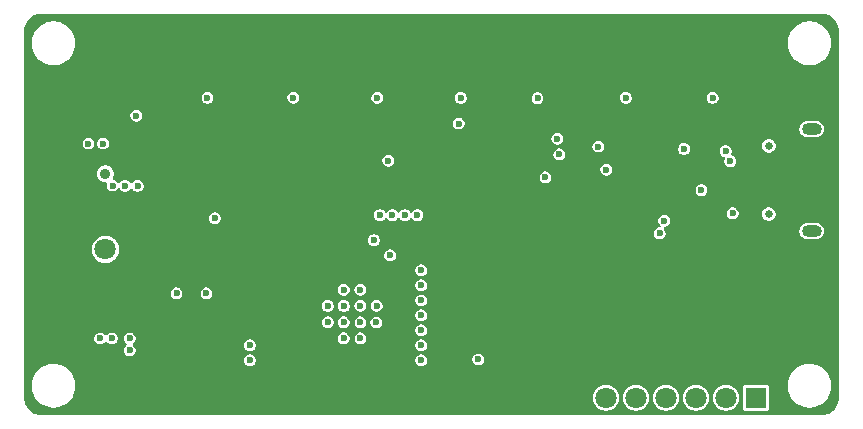
<source format=gbr>
%TF.GenerationSoftware,KiCad,Pcbnew,9.0.6*%
%TF.CreationDate,2026-01-13T17:11:52+01:00*%
%TF.ProjectId,TempWatchtV1,54656d70-5761-4746-9368-7456312e6b69,rev?*%
%TF.SameCoordinates,Original*%
%TF.FileFunction,Copper,L2,Inr*%
%TF.FilePolarity,Positive*%
%FSLAX46Y46*%
G04 Gerber Fmt 4.6, Leading zero omitted, Abs format (unit mm)*
G04 Created by KiCad (PCBNEW 9.0.6) date 2026-01-13 17:11:52*
%MOMM*%
%LPD*%
G01*
G04 APERTURE LIST*
%TA.AperFunction,ComponentPad*%
%ADD10C,1.800000*%
%TD*%
%TA.AperFunction,ComponentPad*%
%ADD11C,0.900000*%
%TD*%
%TA.AperFunction,ComponentPad*%
%ADD12R,1.800000X1.800000*%
%TD*%
%TA.AperFunction,ComponentPad*%
%ADD13C,0.650000*%
%TD*%
%TA.AperFunction,ComponentPad*%
%ADD14O,1.700000X1.000000*%
%TD*%
%TA.AperFunction,ViaPad*%
%ADD15C,0.600000*%
%TD*%
G04 APERTURE END LIST*
D10*
%TO.N,*%
%TO.C,CN11*%
X112380000Y-110455348D03*
D11*
X112380000Y-104055348D03*
%TD*%
D12*
%TO.N,GND*%
%TO.C,H1*%
X167460000Y-123010000D03*
D10*
%TO.N,unconnected-(H1-CTS#-Pad2)*%
X164920000Y-123010000D03*
%TO.N,VBUS*%
X162380000Y-123010000D03*
%TO.N,/esp32S3/RX*%
X159840000Y-123010000D03*
%TO.N,/esp32S3/TX*%
X157300000Y-123010000D03*
%TO.N,unconnected-(H1-RTS#-Pad6)*%
X154760000Y-123010000D03*
%TD*%
D13*
%TO.N,*%
%TO.C,U5*%
X168550000Y-107475000D03*
X168550000Y-101695000D03*
D14*
%TO.N,GND*%
X172200000Y-108905000D03*
X172200000Y-100265000D03*
%TD*%
D15*
%TO.N,/Connector/Temp1*%
X139120000Y-116037500D03*
X115000000Y-99132152D03*
%TO.N,/Connector/Temp2*%
X121025000Y-97632152D03*
X139120000Y-114780000D03*
%TO.N,/Connector/Temp3*%
X128300000Y-97607152D03*
X139120000Y-113505000D03*
%TO.N,/Connector/Temp4*%
X139120000Y-112230000D03*
X135400000Y-97625000D03*
%TO.N,/Connector/Temp5*%
X142475000Y-97632152D03*
X135630000Y-107555000D03*
%TO.N,/Connector/Temp6*%
X136685000Y-107555000D03*
X148975000Y-97657152D03*
%TO.N,/Connector/Temp7*%
X156450000Y-97627500D03*
X137740000Y-107555000D03*
%TO.N,/Connector/Temp8*%
X138795000Y-107555000D03*
X163800000Y-97632152D03*
%TO.N,GND*%
X132575000Y-115245000D03*
X114440000Y-118000000D03*
X132565000Y-113875000D03*
X133975000Y-117985000D03*
X133965000Y-113875000D03*
X114060000Y-105080000D03*
X110950000Y-101500000D03*
X115110000Y-105090000D03*
X112190000Y-101500000D03*
X135325000Y-116645000D03*
X135345000Y-115235000D03*
X112940000Y-118000000D03*
X131215000Y-116635000D03*
X111940000Y-118000000D03*
X132565000Y-116635000D03*
X133965000Y-115235000D03*
X114440000Y-119000000D03*
X112990000Y-105050000D03*
X131215000Y-115245000D03*
X133975000Y-116635000D03*
X132565000Y-117995000D03*
%TO.N,+3.3V*%
X144955000Y-103595000D03*
X144575000Y-94307848D03*
X162000000Y-111275000D03*
X161100000Y-111275000D03*
X166012857Y-94372500D03*
X161100000Y-112175000D03*
X151310000Y-120110000D03*
X126040000Y-100420000D03*
X151315000Y-120930000D03*
X113060000Y-120030000D03*
X158860000Y-94320000D03*
X115995714Y-94317848D03*
X130285714Y-94297848D03*
X113870000Y-121610000D03*
X113870000Y-120810000D03*
X123125714Y-94307848D03*
X152540000Y-110340000D03*
X161100000Y-113075000D03*
X146795000Y-120555000D03*
X151714286Y-94340705D03*
X137455000Y-94307848D03*
X162850000Y-111275000D03*
X113060000Y-120830000D03*
X113870000Y-120010000D03*
X113060000Y-121610000D03*
X147760000Y-120550000D03*
X145795000Y-120555000D03*
%TO.N,VBUS*%
X161380000Y-101955000D03*
X165500000Y-107408000D03*
X164900000Y-102135000D03*
%TO.N,/esp32S3/TX*%
X159320000Y-109105000D03*
X124620000Y-119847500D03*
%TO.N,/esp32S3/RX*%
X124620000Y-118577500D03*
X159700000Y-108035000D03*
%TO.N,/esp32S3/BOOT*%
X121645000Y-107830000D03*
X143950000Y-119780760D03*
%TO.N,Net-(U5-SBU1)*%
X165300000Y-102985000D03*
X162850000Y-105435000D03*
%TO.N,Net-(U7-PG)*%
X120940000Y-114180000D03*
X118407351Y-114180000D03*
%TO.N,/CAN/MISO*%
X154120000Y-101750000D03*
X139120000Y-118577500D03*
%TO.N,/CAN/MOSI*%
X139120000Y-117307500D03*
X150820000Y-102410000D03*
%TO.N,/CAN/SCK*%
X154795000Y-103710000D03*
X139120000Y-119847500D03*
%TO.N,/CAN/CAN_CS*%
X150650000Y-101100000D03*
X135120000Y-109680000D03*
%TO.N,/CAN/TXCAN*%
X136340000Y-102940000D03*
X142295000Y-99805000D03*
%TO.N,/CAN/CAN_IN*%
X149645000Y-104360000D03*
X136495000Y-110955000D03*
%TD*%
%TA.AperFunction,Conductor*%
%TO.N,+3.3V*%
G36*
X173004418Y-90500816D02*
G01*
X173204561Y-90515130D01*
X173222063Y-90517647D01*
X173413797Y-90559355D01*
X173430755Y-90564334D01*
X173614609Y-90632909D01*
X173630701Y-90640259D01*
X173802904Y-90734288D01*
X173817784Y-90743849D01*
X173974867Y-90861441D01*
X173988237Y-90873027D01*
X174126972Y-91011762D01*
X174138558Y-91025132D01*
X174255360Y-91181161D01*
X174256146Y-91182210D01*
X174265711Y-91197095D01*
X174359740Y-91369298D01*
X174367090Y-91385390D01*
X174435662Y-91569236D01*
X174440646Y-91586212D01*
X174482351Y-91777931D01*
X174484869Y-91795442D01*
X174499184Y-91995580D01*
X174499500Y-92004427D01*
X174499500Y-122995572D01*
X174499184Y-123004419D01*
X174484869Y-123204557D01*
X174482351Y-123222068D01*
X174440646Y-123413787D01*
X174435662Y-123430763D01*
X174367090Y-123614609D01*
X174359740Y-123630701D01*
X174265711Y-123802904D01*
X174256146Y-123817789D01*
X174138558Y-123974867D01*
X174126972Y-123988237D01*
X173988237Y-124126972D01*
X173974867Y-124138558D01*
X173817789Y-124256146D01*
X173802904Y-124265711D01*
X173630701Y-124359740D01*
X173614609Y-124367090D01*
X173430763Y-124435662D01*
X173413787Y-124440646D01*
X173222068Y-124482351D01*
X173204557Y-124484869D01*
X173023779Y-124497799D01*
X173004417Y-124499184D01*
X172995572Y-124499500D01*
X107004428Y-124499500D01*
X106995582Y-124499184D01*
X106973622Y-124497613D01*
X106795442Y-124484869D01*
X106777931Y-124482351D01*
X106586212Y-124440646D01*
X106569236Y-124435662D01*
X106385390Y-124367090D01*
X106369298Y-124359740D01*
X106197095Y-124265711D01*
X106182210Y-124256146D01*
X106025132Y-124138558D01*
X106011762Y-124126972D01*
X105873027Y-123988237D01*
X105861441Y-123974867D01*
X105827665Y-123929748D01*
X105743849Y-123817784D01*
X105734288Y-123802904D01*
X105640259Y-123630701D01*
X105632909Y-123614609D01*
X105605803Y-123541936D01*
X105564334Y-123430755D01*
X105559355Y-123413797D01*
X105517647Y-123222063D01*
X105515130Y-123204556D01*
X105500816Y-123004418D01*
X105500500Y-122995572D01*
X105500500Y-121878711D01*
X106149500Y-121878711D01*
X106149500Y-122121288D01*
X106181161Y-122361785D01*
X106243947Y-122596104D01*
X106308647Y-122752302D01*
X106336776Y-122820212D01*
X106458064Y-123030289D01*
X106458066Y-123030292D01*
X106458067Y-123030293D01*
X106605733Y-123222736D01*
X106605739Y-123222743D01*
X106777256Y-123394260D01*
X106777263Y-123394266D01*
X106814004Y-123422458D01*
X106969711Y-123541936D01*
X107179788Y-123663224D01*
X107403900Y-123756054D01*
X107638211Y-123818838D01*
X107818586Y-123842584D01*
X107878711Y-123850500D01*
X107878712Y-123850500D01*
X108121289Y-123850500D01*
X108169388Y-123844167D01*
X108361789Y-123818838D01*
X108596100Y-123756054D01*
X108820212Y-123663224D01*
X109030289Y-123541936D01*
X109222738Y-123394265D01*
X109394265Y-123222738D01*
X109541936Y-123030289D01*
X109603655Y-122923389D01*
X153659500Y-122923389D01*
X153659500Y-123096610D01*
X153679476Y-123222738D01*
X153686598Y-123267701D01*
X153740127Y-123432445D01*
X153818768Y-123586788D01*
X153920586Y-123726928D01*
X154043072Y-123849414D01*
X154183212Y-123951232D01*
X154337555Y-124029873D01*
X154502299Y-124083402D01*
X154673389Y-124110500D01*
X154673390Y-124110500D01*
X154846610Y-124110500D01*
X154846611Y-124110500D01*
X155017701Y-124083402D01*
X155182445Y-124029873D01*
X155336788Y-123951232D01*
X155476928Y-123849414D01*
X155599414Y-123726928D01*
X155701232Y-123586788D01*
X155779873Y-123432445D01*
X155833402Y-123267701D01*
X155860500Y-123096611D01*
X155860500Y-122923389D01*
X156199500Y-122923389D01*
X156199500Y-123096610D01*
X156219476Y-123222738D01*
X156226598Y-123267701D01*
X156280127Y-123432445D01*
X156358768Y-123586788D01*
X156460586Y-123726928D01*
X156583072Y-123849414D01*
X156723212Y-123951232D01*
X156877555Y-124029873D01*
X157042299Y-124083402D01*
X157213389Y-124110500D01*
X157213390Y-124110500D01*
X157386610Y-124110500D01*
X157386611Y-124110500D01*
X157557701Y-124083402D01*
X157722445Y-124029873D01*
X157876788Y-123951232D01*
X158016928Y-123849414D01*
X158139414Y-123726928D01*
X158241232Y-123586788D01*
X158319873Y-123432445D01*
X158373402Y-123267701D01*
X158400500Y-123096611D01*
X158400500Y-122923389D01*
X158739500Y-122923389D01*
X158739500Y-123096610D01*
X158759476Y-123222738D01*
X158766598Y-123267701D01*
X158820127Y-123432445D01*
X158898768Y-123586788D01*
X159000586Y-123726928D01*
X159123072Y-123849414D01*
X159263212Y-123951232D01*
X159417555Y-124029873D01*
X159582299Y-124083402D01*
X159753389Y-124110500D01*
X159753390Y-124110500D01*
X159926610Y-124110500D01*
X159926611Y-124110500D01*
X160097701Y-124083402D01*
X160262445Y-124029873D01*
X160416788Y-123951232D01*
X160556928Y-123849414D01*
X160679414Y-123726928D01*
X160781232Y-123586788D01*
X160859873Y-123432445D01*
X160913402Y-123267701D01*
X160940500Y-123096611D01*
X160940500Y-122923389D01*
X161279500Y-122923389D01*
X161279500Y-123096610D01*
X161299476Y-123222738D01*
X161306598Y-123267701D01*
X161360127Y-123432445D01*
X161438768Y-123586788D01*
X161540586Y-123726928D01*
X161663072Y-123849414D01*
X161803212Y-123951232D01*
X161957555Y-124029873D01*
X162122299Y-124083402D01*
X162293389Y-124110500D01*
X162293390Y-124110500D01*
X162466610Y-124110500D01*
X162466611Y-124110500D01*
X162637701Y-124083402D01*
X162802445Y-124029873D01*
X162956788Y-123951232D01*
X163096928Y-123849414D01*
X163219414Y-123726928D01*
X163321232Y-123586788D01*
X163399873Y-123432445D01*
X163453402Y-123267701D01*
X163480500Y-123096611D01*
X163480500Y-122923389D01*
X163819500Y-122923389D01*
X163819500Y-123096610D01*
X163839476Y-123222738D01*
X163846598Y-123267701D01*
X163900127Y-123432445D01*
X163978768Y-123586788D01*
X164080586Y-123726928D01*
X164203072Y-123849414D01*
X164343212Y-123951232D01*
X164497555Y-124029873D01*
X164662299Y-124083402D01*
X164833389Y-124110500D01*
X164833390Y-124110500D01*
X165006610Y-124110500D01*
X165006611Y-124110500D01*
X165177701Y-124083402D01*
X165342445Y-124029873D01*
X165496788Y-123951232D01*
X165636928Y-123849414D01*
X165759414Y-123726928D01*
X165861232Y-123586788D01*
X165939873Y-123432445D01*
X165993402Y-123267701D01*
X166020500Y-123096611D01*
X166020500Y-122923389D01*
X165993402Y-122752299D01*
X165939873Y-122587555D01*
X165861232Y-122433212D01*
X165759414Y-122293072D01*
X165636928Y-122170586D01*
X165526351Y-122090247D01*
X166359500Y-122090247D01*
X166359500Y-123929752D01*
X166371131Y-123988229D01*
X166371132Y-123988230D01*
X166415447Y-124054552D01*
X166481769Y-124098867D01*
X166481770Y-124098868D01*
X166540247Y-124110499D01*
X166540250Y-124110500D01*
X166540252Y-124110500D01*
X168379750Y-124110500D01*
X168379751Y-124110499D01*
X168394568Y-124107552D01*
X168438229Y-124098868D01*
X168438229Y-124098867D01*
X168438231Y-124098867D01*
X168504552Y-124054552D01*
X168548867Y-123988231D01*
X168548867Y-123988229D01*
X168548868Y-123988229D01*
X168560499Y-123929752D01*
X168560500Y-123929750D01*
X168560500Y-122090249D01*
X168560499Y-122090247D01*
X168548868Y-122031770D01*
X168548867Y-122031769D01*
X168504552Y-121965447D01*
X168438230Y-121921132D01*
X168438229Y-121921131D01*
X168379752Y-121909500D01*
X168379748Y-121909500D01*
X166540252Y-121909500D01*
X166540247Y-121909500D01*
X166481770Y-121921131D01*
X166481769Y-121921132D01*
X166415447Y-121965447D01*
X166371132Y-122031769D01*
X166371131Y-122031770D01*
X166359500Y-122090247D01*
X165526351Y-122090247D01*
X165496788Y-122068768D01*
X165342445Y-121990127D01*
X165177701Y-121936598D01*
X165177699Y-121936597D01*
X165177698Y-121936597D01*
X165046271Y-121915781D01*
X165006611Y-121909500D01*
X164833389Y-121909500D01*
X164793728Y-121915781D01*
X164662302Y-121936597D01*
X164497552Y-121990128D01*
X164343211Y-122068768D01*
X164270925Y-122121288D01*
X164203072Y-122170586D01*
X164203070Y-122170588D01*
X164203069Y-122170588D01*
X164080588Y-122293069D01*
X164080588Y-122293070D01*
X164080586Y-122293072D01*
X164036859Y-122353256D01*
X163978768Y-122433211D01*
X163900128Y-122587552D01*
X163846597Y-122752302D01*
X163819500Y-122923389D01*
X163480500Y-122923389D01*
X163453402Y-122752299D01*
X163399873Y-122587555D01*
X163321232Y-122433212D01*
X163219414Y-122293072D01*
X163096928Y-122170586D01*
X162956788Y-122068768D01*
X162802445Y-121990127D01*
X162637701Y-121936598D01*
X162637699Y-121936597D01*
X162637698Y-121936597D01*
X162506271Y-121915781D01*
X162466611Y-121909500D01*
X162293389Y-121909500D01*
X162253728Y-121915781D01*
X162122302Y-121936597D01*
X161957552Y-121990128D01*
X161803211Y-122068768D01*
X161730925Y-122121288D01*
X161663072Y-122170586D01*
X161663070Y-122170588D01*
X161663069Y-122170588D01*
X161540588Y-122293069D01*
X161540588Y-122293070D01*
X161540586Y-122293072D01*
X161496859Y-122353256D01*
X161438768Y-122433211D01*
X161360128Y-122587552D01*
X161306597Y-122752302D01*
X161279500Y-122923389D01*
X160940500Y-122923389D01*
X160913402Y-122752299D01*
X160859873Y-122587555D01*
X160781232Y-122433212D01*
X160679414Y-122293072D01*
X160556928Y-122170586D01*
X160416788Y-122068768D01*
X160262445Y-121990127D01*
X160097701Y-121936598D01*
X160097699Y-121936597D01*
X160097698Y-121936597D01*
X159966271Y-121915781D01*
X159926611Y-121909500D01*
X159753389Y-121909500D01*
X159713728Y-121915781D01*
X159582302Y-121936597D01*
X159417552Y-121990128D01*
X159263211Y-122068768D01*
X159190925Y-122121288D01*
X159123072Y-122170586D01*
X159123070Y-122170588D01*
X159123069Y-122170588D01*
X159000588Y-122293069D01*
X159000588Y-122293070D01*
X159000586Y-122293072D01*
X158956859Y-122353256D01*
X158898768Y-122433211D01*
X158820128Y-122587552D01*
X158766597Y-122752302D01*
X158739500Y-122923389D01*
X158400500Y-122923389D01*
X158373402Y-122752299D01*
X158319873Y-122587555D01*
X158241232Y-122433212D01*
X158139414Y-122293072D01*
X158016928Y-122170586D01*
X157876788Y-122068768D01*
X157722445Y-121990127D01*
X157557701Y-121936598D01*
X157557699Y-121936597D01*
X157557698Y-121936597D01*
X157426271Y-121915781D01*
X157386611Y-121909500D01*
X157213389Y-121909500D01*
X157173728Y-121915781D01*
X157042302Y-121936597D01*
X156877552Y-121990128D01*
X156723211Y-122068768D01*
X156650925Y-122121288D01*
X156583072Y-122170586D01*
X156583070Y-122170588D01*
X156583069Y-122170588D01*
X156460588Y-122293069D01*
X156460588Y-122293070D01*
X156460586Y-122293072D01*
X156416859Y-122353256D01*
X156358768Y-122433211D01*
X156280128Y-122587552D01*
X156226597Y-122752302D01*
X156199500Y-122923389D01*
X155860500Y-122923389D01*
X155833402Y-122752299D01*
X155779873Y-122587555D01*
X155701232Y-122433212D01*
X155599414Y-122293072D01*
X155476928Y-122170586D01*
X155336788Y-122068768D01*
X155182445Y-121990127D01*
X155017701Y-121936598D01*
X155017699Y-121936597D01*
X155017698Y-121936597D01*
X154886271Y-121915781D01*
X154846611Y-121909500D01*
X154673389Y-121909500D01*
X154633728Y-121915781D01*
X154502302Y-121936597D01*
X154337552Y-121990128D01*
X154183211Y-122068768D01*
X154110925Y-122121288D01*
X154043072Y-122170586D01*
X154043070Y-122170588D01*
X154043069Y-122170588D01*
X153920588Y-122293069D01*
X153920588Y-122293070D01*
X153920586Y-122293072D01*
X153876859Y-122353256D01*
X153818768Y-122433211D01*
X153740128Y-122587552D01*
X153686597Y-122752302D01*
X153659500Y-122923389D01*
X109603655Y-122923389D01*
X109663224Y-122820212D01*
X109756054Y-122596100D01*
X109818838Y-122361789D01*
X109850500Y-122121288D01*
X109850500Y-121878712D01*
X109850500Y-121878711D01*
X170149500Y-121878711D01*
X170149500Y-122121288D01*
X170181161Y-122361785D01*
X170243947Y-122596104D01*
X170308647Y-122752302D01*
X170336776Y-122820212D01*
X170458064Y-123030289D01*
X170458066Y-123030292D01*
X170458067Y-123030293D01*
X170605733Y-123222736D01*
X170605739Y-123222743D01*
X170777256Y-123394260D01*
X170777263Y-123394266D01*
X170814004Y-123422458D01*
X170969711Y-123541936D01*
X171179788Y-123663224D01*
X171403900Y-123756054D01*
X171638211Y-123818838D01*
X171818586Y-123842584D01*
X171878711Y-123850500D01*
X171878712Y-123850500D01*
X172121289Y-123850500D01*
X172169388Y-123844167D01*
X172361789Y-123818838D01*
X172596100Y-123756054D01*
X172820212Y-123663224D01*
X173030289Y-123541936D01*
X173222738Y-123394265D01*
X173394265Y-123222738D01*
X173541936Y-123030289D01*
X173663224Y-122820212D01*
X173756054Y-122596100D01*
X173818838Y-122361789D01*
X173850500Y-122121288D01*
X173850500Y-121878712D01*
X173818838Y-121638211D01*
X173756054Y-121403900D01*
X173663224Y-121179788D01*
X173541936Y-120969711D01*
X173394265Y-120777262D01*
X173394260Y-120777256D01*
X173222743Y-120605739D01*
X173222736Y-120605733D01*
X173030293Y-120458067D01*
X173030292Y-120458066D01*
X173030289Y-120458064D01*
X172820212Y-120336776D01*
X172820205Y-120336773D01*
X172596104Y-120243947D01*
X172478944Y-120212554D01*
X172361789Y-120181162D01*
X172361788Y-120181161D01*
X172361785Y-120181161D01*
X172121289Y-120149500D01*
X172121288Y-120149500D01*
X171878712Y-120149500D01*
X171878711Y-120149500D01*
X171638214Y-120181161D01*
X171403895Y-120243947D01*
X171179794Y-120336773D01*
X171179785Y-120336777D01*
X170969706Y-120458067D01*
X170777263Y-120605733D01*
X170777256Y-120605739D01*
X170605739Y-120777256D01*
X170605733Y-120777263D01*
X170458067Y-120969706D01*
X170336777Y-121179785D01*
X170336773Y-121179794D01*
X170243947Y-121403895D01*
X170181161Y-121638214D01*
X170149500Y-121878711D01*
X109850500Y-121878711D01*
X109818838Y-121638211D01*
X109756054Y-121403900D01*
X109663224Y-121179788D01*
X109541936Y-120969711D01*
X109394265Y-120777262D01*
X109394260Y-120777256D01*
X109222743Y-120605739D01*
X109222736Y-120605733D01*
X109030293Y-120458067D01*
X109030292Y-120458066D01*
X109030289Y-120458064D01*
X108820212Y-120336776D01*
X108820205Y-120336773D01*
X108596104Y-120243947D01*
X108478944Y-120212554D01*
X108361789Y-120181162D01*
X108361788Y-120181161D01*
X108361785Y-120181161D01*
X108121289Y-120149500D01*
X108121288Y-120149500D01*
X107878712Y-120149500D01*
X107878711Y-120149500D01*
X107638214Y-120181161D01*
X107403895Y-120243947D01*
X107179794Y-120336773D01*
X107179785Y-120336777D01*
X106969706Y-120458067D01*
X106777263Y-120605733D01*
X106777256Y-120605739D01*
X106605739Y-120777256D01*
X106605733Y-120777263D01*
X106458067Y-120969706D01*
X106336777Y-121179785D01*
X106336773Y-121179794D01*
X106243947Y-121403895D01*
X106181161Y-121638214D01*
X106149500Y-121878711D01*
X105500500Y-121878711D01*
X105500500Y-119781608D01*
X124119500Y-119781608D01*
X124119500Y-119913391D01*
X124153608Y-120040687D01*
X124180969Y-120088076D01*
X124219500Y-120154814D01*
X124312686Y-120248000D01*
X124426814Y-120313892D01*
X124554108Y-120348000D01*
X124554110Y-120348000D01*
X124685890Y-120348000D01*
X124685892Y-120348000D01*
X124813186Y-120313892D01*
X124927314Y-120248000D01*
X125020500Y-120154814D01*
X125086392Y-120040686D01*
X125120500Y-119913392D01*
X125120500Y-119781608D01*
X138619500Y-119781608D01*
X138619500Y-119913391D01*
X138653608Y-120040687D01*
X138680969Y-120088076D01*
X138719500Y-120154814D01*
X138812686Y-120248000D01*
X138926814Y-120313892D01*
X139054108Y-120348000D01*
X139054110Y-120348000D01*
X139185890Y-120348000D01*
X139185892Y-120348000D01*
X139313186Y-120313892D01*
X139427314Y-120248000D01*
X139520500Y-120154814D01*
X139586392Y-120040686D01*
X139620500Y-119913392D01*
X139620500Y-119781608D01*
X139602617Y-119714868D01*
X143449500Y-119714868D01*
X143449500Y-119846651D01*
X143483608Y-119973947D01*
X143516554Y-120031010D01*
X143549500Y-120088074D01*
X143642686Y-120181260D01*
X143756814Y-120247152D01*
X143884108Y-120281260D01*
X143884110Y-120281260D01*
X144015890Y-120281260D01*
X144015892Y-120281260D01*
X144143186Y-120247152D01*
X144257314Y-120181260D01*
X144350500Y-120088074D01*
X144416392Y-119973946D01*
X144450500Y-119846652D01*
X144450500Y-119714868D01*
X144416392Y-119587574D01*
X144350500Y-119473446D01*
X144257314Y-119380260D01*
X144199706Y-119347000D01*
X144143187Y-119314368D01*
X144079539Y-119297314D01*
X144015892Y-119280260D01*
X143884108Y-119280260D01*
X143756812Y-119314368D01*
X143642686Y-119380260D01*
X143642683Y-119380262D01*
X143549502Y-119473443D01*
X143549500Y-119473446D01*
X143483608Y-119587572D01*
X143449500Y-119714868D01*
X139602617Y-119714868D01*
X139586392Y-119654314D01*
X139520500Y-119540186D01*
X139427314Y-119447000D01*
X139346774Y-119400500D01*
X139313187Y-119381108D01*
X139249539Y-119364054D01*
X139185892Y-119347000D01*
X139054108Y-119347000D01*
X138926812Y-119381108D01*
X138812686Y-119447000D01*
X138812683Y-119447002D01*
X138719502Y-119540183D01*
X138719500Y-119540186D01*
X138653608Y-119654312D01*
X138619500Y-119781608D01*
X125120500Y-119781608D01*
X125086392Y-119654314D01*
X125020500Y-119540186D01*
X124927314Y-119447000D01*
X124846774Y-119400500D01*
X124813187Y-119381108D01*
X124749539Y-119364054D01*
X124685892Y-119347000D01*
X124554108Y-119347000D01*
X124426812Y-119381108D01*
X124312686Y-119447000D01*
X124312683Y-119447002D01*
X124219502Y-119540183D01*
X124219500Y-119540186D01*
X124153608Y-119654312D01*
X124119500Y-119781608D01*
X105500500Y-119781608D01*
X105500500Y-117934108D01*
X111439500Y-117934108D01*
X111439500Y-118065892D01*
X111456554Y-118129539D01*
X111473608Y-118193187D01*
X111506554Y-118250250D01*
X111539500Y-118307314D01*
X111632686Y-118400500D01*
X111746814Y-118466392D01*
X111874108Y-118500500D01*
X111874110Y-118500500D01*
X112005890Y-118500500D01*
X112005892Y-118500500D01*
X112133186Y-118466392D01*
X112247314Y-118400500D01*
X112340500Y-118307314D01*
X112340504Y-118307306D01*
X112341625Y-118305847D01*
X112342892Y-118304921D01*
X112346247Y-118301567D01*
X112346770Y-118302090D01*
X112398053Y-118264645D01*
X112467799Y-118260491D01*
X112528719Y-118294704D01*
X112538375Y-118305847D01*
X112539498Y-118307311D01*
X112539500Y-118307314D01*
X112632686Y-118400500D01*
X112746814Y-118466392D01*
X112874108Y-118500500D01*
X112874110Y-118500500D01*
X113005890Y-118500500D01*
X113005892Y-118500500D01*
X113133186Y-118466392D01*
X113247314Y-118400500D01*
X113340500Y-118307314D01*
X113406392Y-118193186D01*
X113440500Y-118065892D01*
X113440500Y-117934108D01*
X113939500Y-117934108D01*
X113939500Y-118065892D01*
X113956554Y-118129539D01*
X113973608Y-118193187D01*
X114006554Y-118250250D01*
X114039500Y-118307314D01*
X114039502Y-118307316D01*
X114132687Y-118400501D01*
X114134158Y-118401630D01*
X114135083Y-118402897D01*
X114138433Y-118406247D01*
X114137910Y-118406769D01*
X114175356Y-118458060D01*
X114179506Y-118527807D01*
X114145289Y-118588725D01*
X114134158Y-118598370D01*
X114132687Y-118599498D01*
X114039502Y-118692683D01*
X114039500Y-118692686D01*
X113973608Y-118806812D01*
X113939500Y-118934108D01*
X113939500Y-119065892D01*
X113956554Y-119129539D01*
X113973608Y-119193187D01*
X114006554Y-119250250D01*
X114039500Y-119307314D01*
X114132686Y-119400500D01*
X114246814Y-119466392D01*
X114374108Y-119500500D01*
X114374110Y-119500500D01*
X114505890Y-119500500D01*
X114505892Y-119500500D01*
X114633186Y-119466392D01*
X114747314Y-119400500D01*
X114840500Y-119307314D01*
X114906392Y-119193186D01*
X114940500Y-119065892D01*
X114940500Y-118934108D01*
X114906392Y-118806814D01*
X114840500Y-118692686D01*
X114747314Y-118599500D01*
X114747310Y-118599497D01*
X114745843Y-118598372D01*
X114744915Y-118597101D01*
X114741567Y-118593753D01*
X114742089Y-118593230D01*
X114704643Y-118541941D01*
X114702838Y-118511608D01*
X124119500Y-118511608D01*
X124119500Y-118643391D01*
X124153608Y-118770687D01*
X124186554Y-118827750D01*
X124219500Y-118884814D01*
X124312686Y-118978000D01*
X124426814Y-119043892D01*
X124554108Y-119078000D01*
X124554110Y-119078000D01*
X124685890Y-119078000D01*
X124685892Y-119078000D01*
X124813186Y-119043892D01*
X124927314Y-118978000D01*
X125020500Y-118884814D01*
X125086392Y-118770686D01*
X125120500Y-118643392D01*
X125120500Y-118511608D01*
X138619500Y-118511608D01*
X138619500Y-118643391D01*
X138653608Y-118770687D01*
X138686554Y-118827750D01*
X138719500Y-118884814D01*
X138812686Y-118978000D01*
X138926814Y-119043892D01*
X139054108Y-119078000D01*
X139054110Y-119078000D01*
X139185890Y-119078000D01*
X139185892Y-119078000D01*
X139313186Y-119043892D01*
X139427314Y-118978000D01*
X139520500Y-118884814D01*
X139586392Y-118770686D01*
X139620500Y-118643392D01*
X139620500Y-118511608D01*
X139586392Y-118384314D01*
X139520500Y-118270186D01*
X139427314Y-118177000D01*
X139370250Y-118144054D01*
X139313187Y-118111108D01*
X139249539Y-118094054D01*
X139185892Y-118077000D01*
X139054108Y-118077000D01*
X138926812Y-118111108D01*
X138812686Y-118177000D01*
X138812683Y-118177002D01*
X138719502Y-118270183D01*
X138719500Y-118270186D01*
X138653608Y-118384312D01*
X138619500Y-118511608D01*
X125120500Y-118511608D01*
X125086392Y-118384314D01*
X125020500Y-118270186D01*
X124927314Y-118177000D01*
X124870250Y-118144054D01*
X124813187Y-118111108D01*
X124749539Y-118094054D01*
X124685892Y-118077000D01*
X124554108Y-118077000D01*
X124426812Y-118111108D01*
X124312686Y-118177000D01*
X124312683Y-118177002D01*
X124219502Y-118270183D01*
X124219500Y-118270186D01*
X124153608Y-118384312D01*
X124119500Y-118511608D01*
X114702838Y-118511608D01*
X114700493Y-118472195D01*
X114734708Y-118411277D01*
X114745847Y-118401625D01*
X114747306Y-118400504D01*
X114747314Y-118400500D01*
X114840500Y-118307314D01*
X114906392Y-118193186D01*
X114940500Y-118065892D01*
X114940500Y-117934108D01*
X114939160Y-117929108D01*
X132064500Y-117929108D01*
X132064500Y-118060892D01*
X132065840Y-118065892D01*
X132098608Y-118188187D01*
X132101495Y-118193187D01*
X132164500Y-118302314D01*
X132257686Y-118395500D01*
X132371814Y-118461392D01*
X132499108Y-118495500D01*
X132499110Y-118495500D01*
X132630890Y-118495500D01*
X132630892Y-118495500D01*
X132758186Y-118461392D01*
X132872314Y-118395500D01*
X132965500Y-118302314D01*
X133031392Y-118188186D01*
X133065500Y-118060892D01*
X133065500Y-117929108D01*
X133062821Y-117919108D01*
X133474500Y-117919108D01*
X133474500Y-118050892D01*
X133478519Y-118065890D01*
X133508608Y-118178187D01*
X133541554Y-118235250D01*
X133574500Y-118292314D01*
X133667686Y-118385500D01*
X133766521Y-118442563D01*
X133781810Y-118451390D01*
X133781814Y-118451392D01*
X133909108Y-118485500D01*
X133909110Y-118485500D01*
X134040890Y-118485500D01*
X134040892Y-118485500D01*
X134168186Y-118451392D01*
X134282314Y-118385500D01*
X134375500Y-118292314D01*
X134441392Y-118178186D01*
X134475500Y-118050892D01*
X134475500Y-117919108D01*
X134441392Y-117791814D01*
X134375500Y-117677686D01*
X134282314Y-117584500D01*
X134194167Y-117533608D01*
X134168187Y-117518608D01*
X134101303Y-117500687D01*
X134040892Y-117484500D01*
X133909108Y-117484500D01*
X133781812Y-117518608D01*
X133667686Y-117584500D01*
X133667683Y-117584502D01*
X133574502Y-117677683D01*
X133574500Y-117677686D01*
X133508608Y-117791812D01*
X133504271Y-117807999D01*
X133474500Y-117919108D01*
X133062821Y-117919108D01*
X133031392Y-117801814D01*
X133025618Y-117791814D01*
X133015271Y-117773892D01*
X132965500Y-117687686D01*
X132872314Y-117594500D01*
X132815250Y-117561554D01*
X132758187Y-117528608D01*
X132653982Y-117500687D01*
X132630892Y-117494500D01*
X132499108Y-117494500D01*
X132371812Y-117528608D01*
X132257686Y-117594500D01*
X132257683Y-117594502D01*
X132164502Y-117687683D01*
X132164500Y-117687686D01*
X132098608Y-117801812D01*
X132096950Y-117808000D01*
X132064500Y-117929108D01*
X114939160Y-117929108D01*
X114906392Y-117806814D01*
X114840500Y-117692686D01*
X114747314Y-117599500D01*
X114690250Y-117566554D01*
X114633187Y-117533608D01*
X114569539Y-117516554D01*
X114505892Y-117499500D01*
X114374108Y-117499500D01*
X114246812Y-117533608D01*
X114132686Y-117599500D01*
X114132683Y-117599502D01*
X114039502Y-117692683D01*
X114039500Y-117692686D01*
X113973608Y-117806812D01*
X113973290Y-117807999D01*
X113939500Y-117934108D01*
X113440500Y-117934108D01*
X113406392Y-117806814D01*
X113340500Y-117692686D01*
X113247314Y-117599500D01*
X113190250Y-117566554D01*
X113133187Y-117533608D01*
X113069539Y-117516554D01*
X113005892Y-117499500D01*
X112874108Y-117499500D01*
X112746812Y-117533608D01*
X112632686Y-117599500D01*
X112632683Y-117599502D01*
X112539498Y-117692687D01*
X112538370Y-117694158D01*
X112537102Y-117695083D01*
X112533753Y-117698433D01*
X112533230Y-117697910D01*
X112481940Y-117735356D01*
X112412193Y-117739506D01*
X112351275Y-117705289D01*
X112341630Y-117694158D01*
X112340501Y-117692687D01*
X112247316Y-117599502D01*
X112247314Y-117599500D01*
X112190250Y-117566554D01*
X112133187Y-117533608D01*
X112069539Y-117516554D01*
X112005892Y-117499500D01*
X111874108Y-117499500D01*
X111746812Y-117533608D01*
X111632686Y-117599500D01*
X111632683Y-117599502D01*
X111539502Y-117692683D01*
X111539500Y-117692686D01*
X111473608Y-117806812D01*
X111473290Y-117807999D01*
X111439500Y-117934108D01*
X105500500Y-117934108D01*
X105500500Y-117241608D01*
X138619500Y-117241608D01*
X138619500Y-117373391D01*
X138653608Y-117500687D01*
X138686554Y-117557750D01*
X138719500Y-117614814D01*
X138812686Y-117708000D01*
X138926814Y-117773892D01*
X139054108Y-117808000D01*
X139054110Y-117808000D01*
X139185890Y-117808000D01*
X139185892Y-117808000D01*
X139313186Y-117773892D01*
X139427314Y-117708000D01*
X139520500Y-117614814D01*
X139586392Y-117500686D01*
X139620500Y-117373392D01*
X139620500Y-117241608D01*
X139586392Y-117114314D01*
X139584704Y-117111391D01*
X139546662Y-117045500D01*
X139520500Y-117000186D01*
X139427314Y-116907000D01*
X139370250Y-116874054D01*
X139313187Y-116841108D01*
X139249539Y-116824054D01*
X139185892Y-116807000D01*
X139054108Y-116807000D01*
X138926812Y-116841108D01*
X138812686Y-116907000D01*
X138812683Y-116907002D01*
X138719502Y-117000183D01*
X138719500Y-117000186D01*
X138653608Y-117114312D01*
X138619500Y-117241608D01*
X105500500Y-117241608D01*
X105500500Y-116569108D01*
X130714500Y-116569108D01*
X130714500Y-116700892D01*
X130731554Y-116764539D01*
X130748608Y-116828187D01*
X130781554Y-116885250D01*
X130814500Y-116942314D01*
X130907686Y-117035500D01*
X131021814Y-117101392D01*
X131149108Y-117135500D01*
X131149110Y-117135500D01*
X131280890Y-117135500D01*
X131280892Y-117135500D01*
X131408186Y-117101392D01*
X131522314Y-117035500D01*
X131615500Y-116942314D01*
X131681392Y-116828186D01*
X131715500Y-116700892D01*
X131715500Y-116569108D01*
X132064500Y-116569108D01*
X132064500Y-116700892D01*
X132081554Y-116764539D01*
X132098608Y-116828187D01*
X132131554Y-116885250D01*
X132164500Y-116942314D01*
X132257686Y-117035500D01*
X132371814Y-117101392D01*
X132499108Y-117135500D01*
X132499110Y-117135500D01*
X132630890Y-117135500D01*
X132630892Y-117135500D01*
X132758186Y-117101392D01*
X132872314Y-117035500D01*
X132965500Y-116942314D01*
X133031392Y-116828186D01*
X133065500Y-116700892D01*
X133065500Y-116569108D01*
X133474500Y-116569108D01*
X133474500Y-116700892D01*
X133491554Y-116764539D01*
X133508608Y-116828187D01*
X133541554Y-116885250D01*
X133574500Y-116942314D01*
X133667686Y-117035500D01*
X133781814Y-117101392D01*
X133909108Y-117135500D01*
X133909110Y-117135500D01*
X134040890Y-117135500D01*
X134040892Y-117135500D01*
X134168186Y-117101392D01*
X134282314Y-117035500D01*
X134375500Y-116942314D01*
X134441392Y-116828186D01*
X134475500Y-116700892D01*
X134475500Y-116579108D01*
X134824500Y-116579108D01*
X134824500Y-116710891D01*
X134858608Y-116838187D01*
X134891554Y-116895250D01*
X134924500Y-116952314D01*
X135017686Y-117045500D01*
X135114492Y-117101391D01*
X135131810Y-117111390D01*
X135131814Y-117111392D01*
X135259108Y-117145500D01*
X135259110Y-117145500D01*
X135390890Y-117145500D01*
X135390892Y-117145500D01*
X135518186Y-117111392D01*
X135632314Y-117045500D01*
X135725500Y-116952314D01*
X135791392Y-116838186D01*
X135825500Y-116710892D01*
X135825500Y-116579108D01*
X135791392Y-116451814D01*
X135785618Y-116441814D01*
X135782563Y-116436521D01*
X135725500Y-116337686D01*
X135632314Y-116244500D01*
X135575250Y-116211554D01*
X135518187Y-116178608D01*
X135454539Y-116161554D01*
X135390892Y-116144500D01*
X135259108Y-116144500D01*
X135131812Y-116178608D01*
X135017686Y-116244500D01*
X135017683Y-116244502D01*
X134924502Y-116337683D01*
X134924500Y-116337686D01*
X134858608Y-116451812D01*
X134824500Y-116579108D01*
X134475500Y-116579108D01*
X134475500Y-116569108D01*
X134441392Y-116441814D01*
X134439189Y-116437999D01*
X134432563Y-116426521D01*
X134375500Y-116327686D01*
X134282314Y-116234500D01*
X134225250Y-116201554D01*
X134168187Y-116168608D01*
X134104539Y-116151554D01*
X134040892Y-116134500D01*
X133909108Y-116134500D01*
X133781812Y-116168608D01*
X133667686Y-116234500D01*
X133667683Y-116234502D01*
X133574502Y-116327683D01*
X133574500Y-116327686D01*
X133508608Y-116441812D01*
X133482835Y-116538000D01*
X133474500Y-116569108D01*
X133065500Y-116569108D01*
X133031392Y-116441814D01*
X133029189Y-116437999D01*
X133022563Y-116426521D01*
X132965500Y-116327686D01*
X132872314Y-116234500D01*
X132815250Y-116201554D01*
X132758187Y-116168608D01*
X132694539Y-116151554D01*
X132630892Y-116134500D01*
X132499108Y-116134500D01*
X132371812Y-116168608D01*
X132257686Y-116234500D01*
X132257683Y-116234502D01*
X132164502Y-116327683D01*
X132164500Y-116327686D01*
X132098608Y-116441812D01*
X132072835Y-116538000D01*
X132064500Y-116569108D01*
X131715500Y-116569108D01*
X131681392Y-116441814D01*
X131679189Y-116437999D01*
X131672563Y-116426521D01*
X131615500Y-116327686D01*
X131522314Y-116234500D01*
X131465250Y-116201554D01*
X131408187Y-116168608D01*
X131344539Y-116151554D01*
X131280892Y-116134500D01*
X131149108Y-116134500D01*
X131021812Y-116168608D01*
X130907686Y-116234500D01*
X130907683Y-116234502D01*
X130814502Y-116327683D01*
X130814500Y-116327686D01*
X130748608Y-116441812D01*
X130722835Y-116538000D01*
X130714500Y-116569108D01*
X105500500Y-116569108D01*
X105500500Y-115971608D01*
X138619500Y-115971608D01*
X138619500Y-116103391D01*
X138653608Y-116230687D01*
X138686554Y-116287750D01*
X138719500Y-116344814D01*
X138812686Y-116438000D01*
X138926814Y-116503892D01*
X139054108Y-116538000D01*
X139054110Y-116538000D01*
X139185890Y-116538000D01*
X139185892Y-116538000D01*
X139313186Y-116503892D01*
X139427314Y-116438000D01*
X139520500Y-116344814D01*
X139586392Y-116230686D01*
X139620500Y-116103392D01*
X139620500Y-115971608D01*
X139586392Y-115844314D01*
X139520500Y-115730186D01*
X139427314Y-115637000D01*
X139370250Y-115604054D01*
X139313187Y-115571108D01*
X139243041Y-115552313D01*
X139185892Y-115537000D01*
X139054108Y-115537000D01*
X138926812Y-115571108D01*
X138812686Y-115637000D01*
X138812683Y-115637002D01*
X138719502Y-115730183D01*
X138719500Y-115730186D01*
X138653608Y-115844312D01*
X138619500Y-115971608D01*
X105500500Y-115971608D01*
X105500500Y-115179108D01*
X130714500Y-115179108D01*
X130714500Y-115310891D01*
X130748608Y-115438187D01*
X130781554Y-115495250D01*
X130814500Y-115552314D01*
X130907686Y-115645500D01*
X131021814Y-115711392D01*
X131149108Y-115745500D01*
X131149110Y-115745500D01*
X131280890Y-115745500D01*
X131280892Y-115745500D01*
X131408186Y-115711392D01*
X131522314Y-115645500D01*
X131615500Y-115552314D01*
X131681392Y-115438186D01*
X131715500Y-115310892D01*
X131715500Y-115179108D01*
X132074500Y-115179108D01*
X132074500Y-115310891D01*
X132108608Y-115438187D01*
X132141554Y-115495250D01*
X132174500Y-115552314D01*
X132267686Y-115645500D01*
X132381814Y-115711392D01*
X132509108Y-115745500D01*
X132509110Y-115745500D01*
X132640890Y-115745500D01*
X132640892Y-115745500D01*
X132768186Y-115711392D01*
X132882314Y-115645500D01*
X132975500Y-115552314D01*
X133041392Y-115438186D01*
X133075500Y-115310892D01*
X133075500Y-115179108D01*
X133072821Y-115169108D01*
X133464500Y-115169108D01*
X133464500Y-115300892D01*
X133481554Y-115364539D01*
X133498608Y-115428187D01*
X133504382Y-115438187D01*
X133564500Y-115542314D01*
X133657686Y-115635500D01*
X133771814Y-115701392D01*
X133899108Y-115735500D01*
X133899110Y-115735500D01*
X134030890Y-115735500D01*
X134030892Y-115735500D01*
X134158186Y-115701392D01*
X134272314Y-115635500D01*
X134365500Y-115542314D01*
X134431392Y-115428186D01*
X134465500Y-115300892D01*
X134465500Y-115169108D01*
X134844500Y-115169108D01*
X134844500Y-115300892D01*
X134861554Y-115364539D01*
X134878608Y-115428187D01*
X134884382Y-115438187D01*
X134944500Y-115542314D01*
X135037686Y-115635500D01*
X135151814Y-115701392D01*
X135279108Y-115735500D01*
X135279110Y-115735500D01*
X135410890Y-115735500D01*
X135410892Y-115735500D01*
X135538186Y-115701392D01*
X135652314Y-115635500D01*
X135745500Y-115542314D01*
X135811392Y-115428186D01*
X135845500Y-115300892D01*
X135845500Y-115169108D01*
X135811392Y-115041814D01*
X135745500Y-114927686D01*
X135652314Y-114834500D01*
X135615711Y-114813367D01*
X135615710Y-114813366D01*
X135538189Y-114768609D01*
X135538186Y-114768608D01*
X135410892Y-114734500D01*
X135279108Y-114734500D01*
X135151812Y-114768608D01*
X135037686Y-114834500D01*
X135037683Y-114834502D01*
X134944502Y-114927683D01*
X134944500Y-114927686D01*
X134878608Y-115041812D01*
X134866416Y-115087314D01*
X134844500Y-115169108D01*
X134465500Y-115169108D01*
X134431392Y-115041814D01*
X134365500Y-114927686D01*
X134272314Y-114834500D01*
X134215250Y-114801554D01*
X134158187Y-114768608D01*
X134094539Y-114751554D01*
X134030892Y-114734500D01*
X133899108Y-114734500D01*
X133771812Y-114768608D01*
X133657686Y-114834500D01*
X133657683Y-114834502D01*
X133564502Y-114927683D01*
X133564500Y-114927686D01*
X133498608Y-115041812D01*
X133486416Y-115087314D01*
X133464500Y-115169108D01*
X133072821Y-115169108D01*
X133041392Y-115051814D01*
X133035618Y-115041814D01*
X133032563Y-115036521D01*
X132975500Y-114937686D01*
X132882314Y-114844500D01*
X132825250Y-114811554D01*
X132768187Y-114778608D01*
X132704539Y-114761554D01*
X132640892Y-114744500D01*
X132509108Y-114744500D01*
X132381812Y-114778608D01*
X132267686Y-114844500D01*
X132267683Y-114844502D01*
X132174502Y-114937683D01*
X132174500Y-114937686D01*
X132108608Y-115051812D01*
X132074500Y-115179108D01*
X131715500Y-115179108D01*
X131681392Y-115051814D01*
X131675618Y-115041814D01*
X131672563Y-115036521D01*
X131615500Y-114937686D01*
X131522314Y-114844500D01*
X131465250Y-114811554D01*
X131408187Y-114778608D01*
X131344539Y-114761554D01*
X131280892Y-114744500D01*
X131149108Y-114744500D01*
X131021812Y-114778608D01*
X130907686Y-114844500D01*
X130907683Y-114844502D01*
X130814502Y-114937683D01*
X130814500Y-114937686D01*
X130748608Y-115051812D01*
X130714500Y-115179108D01*
X105500500Y-115179108D01*
X105500500Y-114714108D01*
X138619500Y-114714108D01*
X138619500Y-114845891D01*
X138653608Y-114973187D01*
X138686554Y-115030250D01*
X138719500Y-115087314D01*
X138812686Y-115180500D01*
X138926814Y-115246392D01*
X139054108Y-115280500D01*
X139054110Y-115280500D01*
X139185890Y-115280500D01*
X139185892Y-115280500D01*
X139313186Y-115246392D01*
X139427314Y-115180500D01*
X139520500Y-115087314D01*
X139586392Y-114973186D01*
X139620500Y-114845892D01*
X139620500Y-114714108D01*
X139586392Y-114586814D01*
X139520500Y-114472686D01*
X139427314Y-114379500D01*
X139361309Y-114341392D01*
X139313187Y-114313608D01*
X139249539Y-114296554D01*
X139185892Y-114279500D01*
X139054108Y-114279500D01*
X138926812Y-114313608D01*
X138812686Y-114379500D01*
X138812683Y-114379502D01*
X138719502Y-114472683D01*
X138719500Y-114472686D01*
X138653608Y-114586812D01*
X138619500Y-114714108D01*
X105500500Y-114714108D01*
X105500500Y-114114108D01*
X117906851Y-114114108D01*
X117906851Y-114245892D01*
X117915856Y-114279500D01*
X117940959Y-114373187D01*
X117973905Y-114430250D01*
X118006851Y-114487314D01*
X118100037Y-114580500D01*
X118214165Y-114646392D01*
X118341459Y-114680500D01*
X118341461Y-114680500D01*
X118473241Y-114680500D01*
X118473243Y-114680500D01*
X118600537Y-114646392D01*
X118714665Y-114580500D01*
X118807851Y-114487314D01*
X118873743Y-114373186D01*
X118907851Y-114245892D01*
X118907851Y-114114108D01*
X120439500Y-114114108D01*
X120439500Y-114245892D01*
X120448505Y-114279500D01*
X120473608Y-114373187D01*
X120506554Y-114430250D01*
X120539500Y-114487314D01*
X120632686Y-114580500D01*
X120746814Y-114646392D01*
X120874108Y-114680500D01*
X120874110Y-114680500D01*
X121005890Y-114680500D01*
X121005892Y-114680500D01*
X121133186Y-114646392D01*
X121247314Y-114580500D01*
X121340500Y-114487314D01*
X121406392Y-114373186D01*
X121440500Y-114245892D01*
X121440500Y-114114108D01*
X121406392Y-113986814D01*
X121340500Y-113872686D01*
X121276922Y-113809108D01*
X132064500Y-113809108D01*
X132064500Y-113940892D01*
X132076804Y-113986812D01*
X132098608Y-114068187D01*
X132125121Y-114114108D01*
X132164500Y-114182314D01*
X132257686Y-114275500D01*
X132371814Y-114341392D01*
X132499108Y-114375500D01*
X132499110Y-114375500D01*
X132630890Y-114375500D01*
X132630892Y-114375500D01*
X132758186Y-114341392D01*
X132872314Y-114275500D01*
X132965500Y-114182314D01*
X133031392Y-114068186D01*
X133065500Y-113940892D01*
X133065500Y-113809108D01*
X133464500Y-113809108D01*
X133464500Y-113940892D01*
X133476804Y-113986812D01*
X133498608Y-114068187D01*
X133525121Y-114114108D01*
X133564500Y-114182314D01*
X133657686Y-114275500D01*
X133771814Y-114341392D01*
X133899108Y-114375500D01*
X133899110Y-114375500D01*
X134030890Y-114375500D01*
X134030892Y-114375500D01*
X134158186Y-114341392D01*
X134272314Y-114275500D01*
X134365500Y-114182314D01*
X134431392Y-114068186D01*
X134465500Y-113940892D01*
X134465500Y-113809108D01*
X134431392Y-113681814D01*
X134365500Y-113567686D01*
X134272314Y-113474500D01*
X134211013Y-113439108D01*
X138619500Y-113439108D01*
X138619500Y-113570891D01*
X138653608Y-113698187D01*
X138686554Y-113755250D01*
X138719500Y-113812314D01*
X138812686Y-113905500D01*
X138926814Y-113971392D01*
X139054108Y-114005500D01*
X139054110Y-114005500D01*
X139185890Y-114005500D01*
X139185892Y-114005500D01*
X139313186Y-113971392D01*
X139427314Y-113905500D01*
X139520500Y-113812314D01*
X139586392Y-113698186D01*
X139620500Y-113570892D01*
X139620500Y-113439108D01*
X139586392Y-113311814D01*
X139520500Y-113197686D01*
X139427314Y-113104500D01*
X139370250Y-113071554D01*
X139313187Y-113038608D01*
X139249539Y-113021554D01*
X139185892Y-113004500D01*
X139054108Y-113004500D01*
X138926812Y-113038608D01*
X138812686Y-113104500D01*
X138812683Y-113104502D01*
X138719502Y-113197683D01*
X138719500Y-113197686D01*
X138653608Y-113311812D01*
X138619500Y-113439108D01*
X134211013Y-113439108D01*
X134158187Y-113408608D01*
X134094539Y-113391554D01*
X134030892Y-113374500D01*
X133899108Y-113374500D01*
X133771812Y-113408608D01*
X133657686Y-113474500D01*
X133657683Y-113474502D01*
X133564502Y-113567683D01*
X133564500Y-113567686D01*
X133498608Y-113681812D01*
X133490089Y-113713608D01*
X133464500Y-113809108D01*
X133065500Y-113809108D01*
X133031392Y-113681814D01*
X132965500Y-113567686D01*
X132872314Y-113474500D01*
X132811013Y-113439108D01*
X132758187Y-113408608D01*
X132694539Y-113391554D01*
X132630892Y-113374500D01*
X132499108Y-113374500D01*
X132371812Y-113408608D01*
X132257686Y-113474500D01*
X132257683Y-113474502D01*
X132164502Y-113567683D01*
X132164500Y-113567686D01*
X132098608Y-113681812D01*
X132090089Y-113713608D01*
X132064500Y-113809108D01*
X121276922Y-113809108D01*
X121247314Y-113779500D01*
X121190250Y-113746554D01*
X121133187Y-113713608D01*
X121069539Y-113696554D01*
X121005892Y-113679500D01*
X120874108Y-113679500D01*
X120746812Y-113713608D01*
X120632686Y-113779500D01*
X120632683Y-113779502D01*
X120539502Y-113872683D01*
X120539500Y-113872686D01*
X120473608Y-113986812D01*
X120451804Y-114068187D01*
X120439500Y-114114108D01*
X118907851Y-114114108D01*
X118873743Y-113986814D01*
X118807851Y-113872686D01*
X118714665Y-113779500D01*
X118657601Y-113746554D01*
X118600538Y-113713608D01*
X118536890Y-113696554D01*
X118473243Y-113679500D01*
X118341459Y-113679500D01*
X118214163Y-113713608D01*
X118100037Y-113779500D01*
X118100034Y-113779502D01*
X118006853Y-113872683D01*
X118006851Y-113872686D01*
X117940959Y-113986812D01*
X117919155Y-114068187D01*
X117906851Y-114114108D01*
X105500500Y-114114108D01*
X105500500Y-112164108D01*
X138619500Y-112164108D01*
X138619500Y-112295891D01*
X138653608Y-112423187D01*
X138686554Y-112480250D01*
X138719500Y-112537314D01*
X138812686Y-112630500D01*
X138926814Y-112696392D01*
X139054108Y-112730500D01*
X139054110Y-112730500D01*
X139185890Y-112730500D01*
X139185892Y-112730500D01*
X139313186Y-112696392D01*
X139427314Y-112630500D01*
X139520500Y-112537314D01*
X139586392Y-112423186D01*
X139620500Y-112295892D01*
X139620500Y-112164108D01*
X139586392Y-112036814D01*
X139520500Y-111922686D01*
X139427314Y-111829500D01*
X139370250Y-111796554D01*
X139313187Y-111763608D01*
X139249539Y-111746554D01*
X139185892Y-111729500D01*
X139054108Y-111729500D01*
X138926812Y-111763608D01*
X138812686Y-111829500D01*
X138812683Y-111829502D01*
X138719502Y-111922683D01*
X138719500Y-111922686D01*
X138653608Y-112036812D01*
X138619500Y-112164108D01*
X105500500Y-112164108D01*
X105500500Y-110364796D01*
X111229500Y-110364796D01*
X111229500Y-110545899D01*
X111257829Y-110724758D01*
X111313787Y-110896984D01*
X111313788Y-110896987D01*
X111396006Y-111058345D01*
X111502441Y-111204842D01*
X111502445Y-111204847D01*
X111630500Y-111332902D01*
X111630505Y-111332906D01*
X111752296Y-111421391D01*
X111777006Y-111439344D01*
X111882484Y-111493088D01*
X111938360Y-111521559D01*
X111938363Y-111521560D01*
X112024476Y-111549539D01*
X112110591Y-111577519D01*
X112193429Y-111590639D01*
X112289449Y-111605848D01*
X112289454Y-111605848D01*
X112470551Y-111605848D01*
X112557259Y-111592113D01*
X112649409Y-111577519D01*
X112821639Y-111521559D01*
X112982994Y-111439344D01*
X113129501Y-111332901D01*
X113257553Y-111204849D01*
X113363996Y-111058342D01*
X113446211Y-110896987D01*
X113448771Y-110889108D01*
X135994500Y-110889108D01*
X135994500Y-111020892D01*
X136011554Y-111084539D01*
X136028608Y-111148187D01*
X136061318Y-111204842D01*
X136094500Y-111262314D01*
X136187686Y-111355500D01*
X136301814Y-111421392D01*
X136429108Y-111455500D01*
X136429110Y-111455500D01*
X136560890Y-111455500D01*
X136560892Y-111455500D01*
X136688186Y-111421392D01*
X136802314Y-111355500D01*
X136895500Y-111262314D01*
X136961392Y-111148186D01*
X136995500Y-111020892D01*
X136995500Y-110889108D01*
X136961392Y-110761814D01*
X136895500Y-110647686D01*
X136802314Y-110554500D01*
X136745250Y-110521554D01*
X136688187Y-110488608D01*
X136624539Y-110471554D01*
X136560892Y-110454500D01*
X136429108Y-110454500D01*
X136301812Y-110488608D01*
X136187686Y-110554500D01*
X136187683Y-110554502D01*
X136094502Y-110647683D01*
X136094500Y-110647686D01*
X136028608Y-110761812D01*
X136006945Y-110842663D01*
X135994500Y-110889108D01*
X113448771Y-110889108D01*
X113502171Y-110724757D01*
X113529137Y-110554502D01*
X113530500Y-110545899D01*
X113530500Y-110364796D01*
X113514019Y-110260745D01*
X113502171Y-110185939D01*
X113446211Y-110013709D01*
X113446211Y-110013708D01*
X113417740Y-109957832D01*
X113363996Y-109852354D01*
X113350396Y-109833635D01*
X113257558Y-109705853D01*
X113257554Y-109705848D01*
X113165814Y-109614108D01*
X134619500Y-109614108D01*
X134619500Y-109745891D01*
X134653608Y-109873187D01*
X134686554Y-109930250D01*
X134719500Y-109987314D01*
X134812686Y-110080500D01*
X134926814Y-110146392D01*
X135054108Y-110180500D01*
X135054110Y-110180500D01*
X135185890Y-110180500D01*
X135185892Y-110180500D01*
X135313186Y-110146392D01*
X135427314Y-110080500D01*
X135520500Y-109987314D01*
X135586392Y-109873186D01*
X135620500Y-109745892D01*
X135620500Y-109614108D01*
X135586392Y-109486814D01*
X135520500Y-109372686D01*
X135427314Y-109279500D01*
X135353363Y-109236804D01*
X135313187Y-109213608D01*
X135249539Y-109196554D01*
X135185892Y-109179500D01*
X135054108Y-109179500D01*
X134926812Y-109213608D01*
X134812686Y-109279500D01*
X134812683Y-109279502D01*
X134719502Y-109372683D01*
X134719500Y-109372686D01*
X134653608Y-109486812D01*
X134619500Y-109614108D01*
X113165814Y-109614108D01*
X113129499Y-109577793D01*
X113129494Y-109577789D01*
X112982997Y-109471354D01*
X112982996Y-109471353D01*
X112982994Y-109471352D01*
X112931300Y-109445012D01*
X112821639Y-109389136D01*
X112821636Y-109389135D01*
X112649410Y-109333177D01*
X112470551Y-109304848D01*
X112470546Y-109304848D01*
X112289454Y-109304848D01*
X112289449Y-109304848D01*
X112110589Y-109333177D01*
X111938363Y-109389135D01*
X111938360Y-109389136D01*
X111777002Y-109471354D01*
X111630505Y-109577789D01*
X111630500Y-109577793D01*
X111502445Y-109705848D01*
X111502441Y-109705853D01*
X111396006Y-109852350D01*
X111313788Y-110013708D01*
X111313787Y-110013711D01*
X111257829Y-110185937D01*
X111229500Y-110364796D01*
X105500500Y-110364796D01*
X105500500Y-109039108D01*
X158819500Y-109039108D01*
X158819500Y-109170892D01*
X158830946Y-109213608D01*
X158853608Y-109298187D01*
X158857454Y-109304848D01*
X158919500Y-109412314D01*
X159012686Y-109505500D01*
X159126814Y-109571392D01*
X159254108Y-109605500D01*
X159254110Y-109605500D01*
X159385890Y-109605500D01*
X159385892Y-109605500D01*
X159513186Y-109571392D01*
X159627314Y-109505500D01*
X159720500Y-109412314D01*
X159786392Y-109298186D01*
X159820500Y-109170892D01*
X159820500Y-109039108D01*
X159803053Y-108973995D01*
X171149499Y-108973995D01*
X171176418Y-109109322D01*
X171176421Y-109109332D01*
X171229221Y-109236804D01*
X171229228Y-109236817D01*
X171305885Y-109351541D01*
X171305888Y-109351545D01*
X171403454Y-109449111D01*
X171403458Y-109449114D01*
X171518182Y-109525771D01*
X171518195Y-109525778D01*
X171643762Y-109577789D01*
X171645672Y-109578580D01*
X171645676Y-109578580D01*
X171645677Y-109578581D01*
X171781004Y-109605500D01*
X171781007Y-109605500D01*
X172618995Y-109605500D01*
X172710041Y-109587389D01*
X172754328Y-109578580D01*
X172881811Y-109525775D01*
X172996542Y-109449114D01*
X173094114Y-109351542D01*
X173170775Y-109236811D01*
X173223580Y-109109328D01*
X173250500Y-108973993D01*
X173250500Y-108836007D01*
X173250500Y-108836004D01*
X173223581Y-108700677D01*
X173223580Y-108700676D01*
X173223580Y-108700672D01*
X173199219Y-108641858D01*
X173170778Y-108573195D01*
X173170771Y-108573182D01*
X173094114Y-108458458D01*
X173094111Y-108458454D01*
X172996545Y-108360888D01*
X172996541Y-108360885D01*
X172881817Y-108284228D01*
X172881804Y-108284221D01*
X172754332Y-108231421D01*
X172754322Y-108231418D01*
X172618995Y-108204500D01*
X172618993Y-108204500D01*
X171781007Y-108204500D01*
X171781005Y-108204500D01*
X171645677Y-108231418D01*
X171645667Y-108231421D01*
X171518195Y-108284221D01*
X171518182Y-108284228D01*
X171403458Y-108360885D01*
X171403454Y-108360888D01*
X171305888Y-108458454D01*
X171305885Y-108458458D01*
X171229228Y-108573182D01*
X171229221Y-108573195D01*
X171176421Y-108700667D01*
X171176418Y-108700677D01*
X171149500Y-108836004D01*
X171149500Y-108836007D01*
X171149500Y-108973993D01*
X171149500Y-108973995D01*
X171149499Y-108973995D01*
X159803053Y-108973995D01*
X159786392Y-108911814D01*
X159786390Y-108911810D01*
X159778249Y-108897709D01*
X159778246Y-108897705D01*
X159720500Y-108797686D01*
X159663227Y-108740413D01*
X159657582Y-108732693D01*
X159648852Y-108708461D01*
X159636510Y-108685858D01*
X159637205Y-108676131D01*
X159633901Y-108666959D01*
X159639656Y-108641858D01*
X159641494Y-108616166D01*
X159647338Y-108608359D01*
X159649517Y-108598857D01*
X159667930Y-108580851D01*
X159683366Y-108560233D01*
X159692501Y-108556825D01*
X159699473Y-108550009D01*
X159724697Y-108544817D01*
X159748830Y-108535816D01*
X159757676Y-108535500D01*
X159765890Y-108535500D01*
X159765892Y-108535500D01*
X159893186Y-108501392D01*
X160007314Y-108435500D01*
X160100500Y-108342314D01*
X160166392Y-108228186D01*
X160200500Y-108100892D01*
X160200500Y-107969108D01*
X160166392Y-107841814D01*
X160158614Y-107828343D01*
X160147158Y-107808500D01*
X160100500Y-107727686D01*
X160007314Y-107634500D01*
X159949613Y-107601186D01*
X159893187Y-107568608D01*
X159826591Y-107550764D01*
X159765892Y-107534500D01*
X159634108Y-107534500D01*
X159506812Y-107568608D01*
X159392686Y-107634500D01*
X159392683Y-107634502D01*
X159299502Y-107727683D01*
X159299500Y-107727686D01*
X159233608Y-107841812D01*
X159199500Y-107969108D01*
X159199500Y-108100891D01*
X159233608Y-108228187D01*
X159265960Y-108284221D01*
X159299500Y-108342314D01*
X159299502Y-108342316D01*
X159350005Y-108392819D01*
X159383490Y-108454142D01*
X159378506Y-108523834D01*
X159336634Y-108579767D01*
X159271170Y-108604184D01*
X159262324Y-108604500D01*
X159254108Y-108604500D01*
X159126812Y-108638608D01*
X159012686Y-108704500D01*
X159012683Y-108704502D01*
X158919502Y-108797683D01*
X158919500Y-108797686D01*
X158853608Y-108911812D01*
X158836947Y-108973993D01*
X158819500Y-109039108D01*
X105500500Y-109039108D01*
X105500500Y-107764108D01*
X121144500Y-107764108D01*
X121144500Y-107895892D01*
X121160472Y-107955500D01*
X121178608Y-108023187D01*
X121211554Y-108080250D01*
X121244500Y-108137314D01*
X121337686Y-108230500D01*
X121451814Y-108296392D01*
X121579108Y-108330500D01*
X121579110Y-108330500D01*
X121710890Y-108330500D01*
X121710892Y-108330500D01*
X121838186Y-108296392D01*
X121952314Y-108230500D01*
X122045500Y-108137314D01*
X122111392Y-108023186D01*
X122145500Y-107895892D01*
X122145500Y-107764108D01*
X122111392Y-107636814D01*
X122045500Y-107522686D01*
X122011922Y-107489108D01*
X135129500Y-107489108D01*
X135129500Y-107620891D01*
X135163608Y-107748187D01*
X135196554Y-107805250D01*
X135229500Y-107862314D01*
X135322686Y-107955500D01*
X135436814Y-108021392D01*
X135564108Y-108055500D01*
X135564110Y-108055500D01*
X135695890Y-108055500D01*
X135695892Y-108055500D01*
X135823186Y-108021392D01*
X135937314Y-107955500D01*
X136030500Y-107862314D01*
X136050113Y-107828342D01*
X136100680Y-107780128D01*
X136169287Y-107766904D01*
X136234151Y-107792872D01*
X136264886Y-107828342D01*
X136284500Y-107862314D01*
X136377686Y-107955500D01*
X136491814Y-108021392D01*
X136619108Y-108055500D01*
X136619110Y-108055500D01*
X136750890Y-108055500D01*
X136750892Y-108055500D01*
X136878186Y-108021392D01*
X136992314Y-107955500D01*
X137085500Y-107862314D01*
X137105113Y-107828342D01*
X137155680Y-107780128D01*
X137224287Y-107766904D01*
X137289151Y-107792872D01*
X137319886Y-107828342D01*
X137339500Y-107862314D01*
X137432686Y-107955500D01*
X137546814Y-108021392D01*
X137674108Y-108055500D01*
X137674110Y-108055500D01*
X137805890Y-108055500D01*
X137805892Y-108055500D01*
X137933186Y-108021392D01*
X138047314Y-107955500D01*
X138140500Y-107862314D01*
X138160113Y-107828342D01*
X138210680Y-107780128D01*
X138279287Y-107766904D01*
X138344151Y-107792872D01*
X138374886Y-107828342D01*
X138394500Y-107862314D01*
X138487686Y-107955500D01*
X138601814Y-108021392D01*
X138729108Y-108055500D01*
X138729110Y-108055500D01*
X138860890Y-108055500D01*
X138860892Y-108055500D01*
X138988186Y-108021392D01*
X139102314Y-107955500D01*
X139195500Y-107862314D01*
X139261392Y-107748186D01*
X139295500Y-107620892D01*
X139295500Y-107489108D01*
X139261392Y-107361814D01*
X139250015Y-107342108D01*
X164999500Y-107342108D01*
X164999500Y-107473891D01*
X165033608Y-107601187D01*
X165044985Y-107620892D01*
X165099500Y-107715314D01*
X165192686Y-107808500D01*
X165306814Y-107874392D01*
X165434108Y-107908500D01*
X165434110Y-107908500D01*
X165565890Y-107908500D01*
X165565892Y-107908500D01*
X165693186Y-107874392D01*
X165807314Y-107808500D01*
X165900500Y-107715314D01*
X165966392Y-107601186D01*
X166000500Y-107473892D01*
X166000500Y-107399234D01*
X167974500Y-107399234D01*
X167974500Y-107550765D01*
X168013719Y-107697136D01*
X168043193Y-107748186D01*
X168089485Y-107828365D01*
X168196635Y-107935515D01*
X168327865Y-108011281D01*
X168474234Y-108050500D01*
X168474236Y-108050500D01*
X168625764Y-108050500D01*
X168625766Y-108050500D01*
X168772135Y-108011281D01*
X168903365Y-107935515D01*
X169010515Y-107828365D01*
X169086281Y-107697135D01*
X169125500Y-107550766D01*
X169125500Y-107399234D01*
X169086281Y-107252865D01*
X169010515Y-107121635D01*
X168903365Y-107014485D01*
X168837750Y-106976602D01*
X168772136Y-106938719D01*
X168698950Y-106919109D01*
X168625766Y-106899500D01*
X168474234Y-106899500D01*
X168327863Y-106938719D01*
X168196635Y-107014485D01*
X168196632Y-107014487D01*
X168089487Y-107121632D01*
X168089485Y-107121635D01*
X168013719Y-107252863D01*
X167974500Y-107399234D01*
X166000500Y-107399234D01*
X166000500Y-107342108D01*
X165966392Y-107214814D01*
X165900500Y-107100686D01*
X165807314Y-107007500D01*
X165750250Y-106974554D01*
X165693187Y-106941608D01*
X165629539Y-106924554D01*
X165565892Y-106907500D01*
X165434108Y-106907500D01*
X165306812Y-106941608D01*
X165192686Y-107007500D01*
X165192683Y-107007502D01*
X165099502Y-107100683D01*
X165099500Y-107100686D01*
X165033608Y-107214812D01*
X164999500Y-107342108D01*
X139250015Y-107342108D01*
X139195500Y-107247686D01*
X139102314Y-107154500D01*
X139009106Y-107100686D01*
X138988187Y-107088608D01*
X138924539Y-107071554D01*
X138860892Y-107054500D01*
X138729108Y-107054500D01*
X138601812Y-107088608D01*
X138487686Y-107154500D01*
X138487683Y-107154502D01*
X138394502Y-107247683D01*
X138394500Y-107247686D01*
X138374887Y-107281657D01*
X138324319Y-107329872D01*
X138255712Y-107343094D01*
X138190847Y-107317126D01*
X138160113Y-107281657D01*
X138140500Y-107247686D01*
X138047314Y-107154500D01*
X137954106Y-107100686D01*
X137933187Y-107088608D01*
X137869539Y-107071554D01*
X137805892Y-107054500D01*
X137674108Y-107054500D01*
X137546812Y-107088608D01*
X137432686Y-107154500D01*
X137432683Y-107154502D01*
X137339502Y-107247683D01*
X137339500Y-107247686D01*
X137319887Y-107281657D01*
X137269319Y-107329872D01*
X137200712Y-107343094D01*
X137135847Y-107317126D01*
X137105113Y-107281657D01*
X137085500Y-107247686D01*
X136992314Y-107154500D01*
X136899106Y-107100686D01*
X136878187Y-107088608D01*
X136814539Y-107071554D01*
X136750892Y-107054500D01*
X136619108Y-107054500D01*
X136491812Y-107088608D01*
X136377686Y-107154500D01*
X136377683Y-107154502D01*
X136284502Y-107247683D01*
X136284500Y-107247686D01*
X136264887Y-107281657D01*
X136214319Y-107329872D01*
X136145712Y-107343094D01*
X136080847Y-107317126D01*
X136050113Y-107281657D01*
X136030500Y-107247686D01*
X135937314Y-107154500D01*
X135844106Y-107100686D01*
X135823187Y-107088608D01*
X135759539Y-107071554D01*
X135695892Y-107054500D01*
X135564108Y-107054500D01*
X135436812Y-107088608D01*
X135322686Y-107154500D01*
X135322683Y-107154502D01*
X135229502Y-107247683D01*
X135229500Y-107247686D01*
X135163608Y-107361812D01*
X135129500Y-107489108D01*
X122011922Y-107489108D01*
X121952314Y-107429500D01*
X121895250Y-107396554D01*
X121838187Y-107363608D01*
X121761626Y-107343094D01*
X121710892Y-107329500D01*
X121579108Y-107329500D01*
X121451812Y-107363608D01*
X121337686Y-107429500D01*
X121337683Y-107429502D01*
X121244502Y-107522683D01*
X121244500Y-107522686D01*
X121178608Y-107636812D01*
X121154260Y-107727683D01*
X121144500Y-107764108D01*
X105500500Y-107764108D01*
X105500500Y-104124343D01*
X111679499Y-104124343D01*
X111706418Y-104259670D01*
X111706421Y-104259680D01*
X111759221Y-104387152D01*
X111759228Y-104387165D01*
X111835885Y-104501889D01*
X111835888Y-104501893D01*
X111933454Y-104599459D01*
X111933458Y-104599462D01*
X112048182Y-104676119D01*
X112048195Y-104676126D01*
X112143355Y-104715542D01*
X112175672Y-104728928D01*
X112175676Y-104728928D01*
X112175677Y-104728929D01*
X112311004Y-104755848D01*
X112389062Y-104755848D01*
X112456101Y-104775533D01*
X112501856Y-104828337D01*
X112511800Y-104897495D01*
X112508837Y-104911939D01*
X112489500Y-104984108D01*
X112489500Y-105115892D01*
X112500217Y-105155890D01*
X112523608Y-105243187D01*
X112543210Y-105277138D01*
X112589500Y-105357314D01*
X112682686Y-105450500D01*
X112796814Y-105516392D01*
X112924108Y-105550500D01*
X112924110Y-105550500D01*
X113055890Y-105550500D01*
X113055892Y-105550500D01*
X113183186Y-105516392D01*
X113297314Y-105450500D01*
X113390500Y-105357314D01*
X113408953Y-105325351D01*
X113459518Y-105277138D01*
X113528124Y-105263914D01*
X113592989Y-105289881D01*
X113623726Y-105325352D01*
X113659500Y-105387314D01*
X113752686Y-105480500D01*
X113866814Y-105546392D01*
X113994108Y-105580500D01*
X113994110Y-105580500D01*
X114125890Y-105580500D01*
X114125892Y-105580500D01*
X114253186Y-105546392D01*
X114367314Y-105480500D01*
X114460500Y-105387314D01*
X114474727Y-105362671D01*
X114525292Y-105314458D01*
X114593899Y-105301234D01*
X114658764Y-105327202D01*
X114689499Y-105362672D01*
X114709500Y-105397314D01*
X114802686Y-105490500D01*
X114916814Y-105556392D01*
X115044108Y-105590500D01*
X115044110Y-105590500D01*
X115175890Y-105590500D01*
X115175892Y-105590500D01*
X115303186Y-105556392D01*
X115417314Y-105490500D01*
X115510500Y-105397314D01*
X115526785Y-105369108D01*
X162349500Y-105369108D01*
X162349500Y-105500891D01*
X162383608Y-105628187D01*
X162416554Y-105685250D01*
X162449500Y-105742314D01*
X162542686Y-105835500D01*
X162656814Y-105901392D01*
X162784108Y-105935500D01*
X162784110Y-105935500D01*
X162915890Y-105935500D01*
X162915892Y-105935500D01*
X163043186Y-105901392D01*
X163157314Y-105835500D01*
X163250500Y-105742314D01*
X163316392Y-105628186D01*
X163350500Y-105500892D01*
X163350500Y-105369108D01*
X163316392Y-105241814D01*
X163250500Y-105127686D01*
X163157314Y-105034500D01*
X163070033Y-104984108D01*
X163043187Y-104968608D01*
X162979539Y-104951554D01*
X162915892Y-104934500D01*
X162784108Y-104934500D01*
X162656812Y-104968608D01*
X162542686Y-105034500D01*
X162542683Y-105034502D01*
X162449502Y-105127683D01*
X162449500Y-105127686D01*
X162383608Y-105241812D01*
X162349500Y-105369108D01*
X115526785Y-105369108D01*
X115576392Y-105283186D01*
X115610500Y-105155892D01*
X115610500Y-105024108D01*
X115576392Y-104896814D01*
X115570618Y-104886814D01*
X115545204Y-104842795D01*
X115510500Y-104782686D01*
X115417314Y-104689500D01*
X115348032Y-104649500D01*
X115303187Y-104623608D01*
X115213071Y-104599462D01*
X115175892Y-104589500D01*
X115044108Y-104589500D01*
X114916812Y-104623608D01*
X114802686Y-104689500D01*
X114802683Y-104689502D01*
X114709502Y-104782683D01*
X114709500Y-104782686D01*
X114695272Y-104807329D01*
X114644703Y-104855543D01*
X114576096Y-104868764D01*
X114511232Y-104842795D01*
X114480500Y-104807328D01*
X114460500Y-104772686D01*
X114367314Y-104679500D01*
X114310250Y-104646554D01*
X114253187Y-104613608D01*
X114189539Y-104596554D01*
X114125892Y-104579500D01*
X113994108Y-104579500D01*
X113866812Y-104613608D01*
X113752686Y-104679500D01*
X113752683Y-104679502D01*
X113659502Y-104772683D01*
X113659498Y-104772689D01*
X113641046Y-104804648D01*
X113590478Y-104852863D01*
X113521871Y-104866084D01*
X113457007Y-104840115D01*
X113426273Y-104804646D01*
X113390502Y-104742689D01*
X113390497Y-104742683D01*
X113297316Y-104649502D01*
X113297314Y-104649500D01*
X113210641Y-104599459D01*
X113183187Y-104583608D01*
X113147568Y-104574064D01*
X113082330Y-104556584D01*
X113068353Y-104548064D01*
X113052444Y-104544208D01*
X113039135Y-104530255D01*
X113022671Y-104520220D01*
X113015518Y-104505496D01*
X113004219Y-104493650D01*
X113000566Y-104474714D01*
X112992142Y-104457373D01*
X112993958Y-104440463D01*
X112990984Y-104425045D01*
X112999131Y-104392298D01*
X112999299Y-104390744D01*
X113000671Y-104387313D01*
X113000775Y-104387159D01*
X113039318Y-104294108D01*
X149144500Y-104294108D01*
X149144500Y-104425891D01*
X149178608Y-104553187D01*
X149211554Y-104610250D01*
X149244500Y-104667314D01*
X149337686Y-104760500D01*
X149451814Y-104826392D01*
X149579108Y-104860500D01*
X149579110Y-104860500D01*
X149710890Y-104860500D01*
X149710892Y-104860500D01*
X149838186Y-104826392D01*
X149952314Y-104760500D01*
X150045500Y-104667314D01*
X150111392Y-104553186D01*
X150145500Y-104425892D01*
X150145500Y-104294108D01*
X150111392Y-104166814D01*
X150045500Y-104052686D01*
X149952314Y-103959500D01*
X149895250Y-103926554D01*
X149838187Y-103893608D01*
X149774539Y-103876554D01*
X149710892Y-103859500D01*
X149579108Y-103859500D01*
X149451812Y-103893608D01*
X149337686Y-103959500D01*
X149337683Y-103959502D01*
X149244502Y-104052683D01*
X149244500Y-104052686D01*
X149178608Y-104166812D01*
X149144500Y-104294108D01*
X113039318Y-104294108D01*
X113053580Y-104259676D01*
X113080500Y-104124341D01*
X113080500Y-103986355D01*
X113080500Y-103986352D01*
X113053581Y-103851025D01*
X113053580Y-103851024D01*
X113053580Y-103851020D01*
X113022461Y-103775891D01*
X113000778Y-103723543D01*
X113000771Y-103723530D01*
X112988304Y-103704872D01*
X112947702Y-103644108D01*
X154294500Y-103644108D01*
X154294500Y-103775891D01*
X154328608Y-103903187D01*
X154361121Y-103959500D01*
X154394500Y-104017314D01*
X154487686Y-104110500D01*
X154601814Y-104176392D01*
X154729108Y-104210500D01*
X154729110Y-104210500D01*
X154860890Y-104210500D01*
X154860892Y-104210500D01*
X154988186Y-104176392D01*
X155102314Y-104110500D01*
X155195500Y-104017314D01*
X155261392Y-103903186D01*
X155295500Y-103775892D01*
X155295500Y-103644108D01*
X155261392Y-103516814D01*
X155195500Y-103402686D01*
X155102314Y-103309500D01*
X155045250Y-103276554D01*
X154988187Y-103243608D01*
X154924539Y-103226554D01*
X154860892Y-103209500D01*
X154729108Y-103209500D01*
X154601812Y-103243608D01*
X154487686Y-103309500D01*
X154487683Y-103309502D01*
X154394502Y-103402683D01*
X154394500Y-103402686D01*
X154328608Y-103516812D01*
X154294500Y-103644108D01*
X112947702Y-103644108D01*
X112924114Y-103608806D01*
X112924111Y-103608802D01*
X112826545Y-103511236D01*
X112826541Y-103511233D01*
X112711817Y-103434576D01*
X112711804Y-103434569D01*
X112584332Y-103381769D01*
X112584322Y-103381766D01*
X112448995Y-103354848D01*
X112448993Y-103354848D01*
X112311007Y-103354848D01*
X112311005Y-103354848D01*
X112175677Y-103381766D01*
X112175667Y-103381769D01*
X112048195Y-103434569D01*
X112048182Y-103434576D01*
X111933458Y-103511233D01*
X111933454Y-103511236D01*
X111835888Y-103608802D01*
X111835885Y-103608806D01*
X111759228Y-103723530D01*
X111759221Y-103723543D01*
X111706421Y-103851015D01*
X111706418Y-103851025D01*
X111679500Y-103986352D01*
X111679500Y-103986355D01*
X111679500Y-104124341D01*
X111679500Y-104124343D01*
X111679499Y-104124343D01*
X105500500Y-104124343D01*
X105500500Y-102874108D01*
X135839500Y-102874108D01*
X135839500Y-103005891D01*
X135873608Y-103133187D01*
X135899589Y-103178186D01*
X135939500Y-103247314D01*
X136032686Y-103340500D01*
X136146814Y-103406392D01*
X136274108Y-103440500D01*
X136274110Y-103440500D01*
X136405890Y-103440500D01*
X136405892Y-103440500D01*
X136533186Y-103406392D01*
X136647314Y-103340500D01*
X136740500Y-103247314D01*
X136806392Y-103133186D01*
X136840500Y-103005892D01*
X136840500Y-102874108D01*
X136806392Y-102746814D01*
X136740500Y-102632686D01*
X136647314Y-102539500D01*
X136588423Y-102505499D01*
X136533187Y-102473608D01*
X136509349Y-102467221D01*
X136405892Y-102439500D01*
X136274108Y-102439500D01*
X136146812Y-102473608D01*
X136032686Y-102539500D01*
X136032683Y-102539502D01*
X135939502Y-102632683D01*
X135939500Y-102632686D01*
X135873608Y-102746812D01*
X135839500Y-102874108D01*
X105500500Y-102874108D01*
X105500500Y-102344108D01*
X150319500Y-102344108D01*
X150319500Y-102475892D01*
X150335472Y-102535500D01*
X150353608Y-102603187D01*
X150381135Y-102650864D01*
X150419500Y-102717314D01*
X150512686Y-102810500D01*
X150626814Y-102876392D01*
X150754108Y-102910500D01*
X150754110Y-102910500D01*
X150885890Y-102910500D01*
X150885892Y-102910500D01*
X151013186Y-102876392D01*
X151127314Y-102810500D01*
X151220500Y-102717314D01*
X151286392Y-102603186D01*
X151320500Y-102475892D01*
X151320500Y-102344108D01*
X151286392Y-102216814D01*
X151286148Y-102216392D01*
X151277198Y-102200890D01*
X151220500Y-102102686D01*
X151127314Y-102009500D01*
X151052649Y-101966392D01*
X151013187Y-101943608D01*
X150914386Y-101917135D01*
X150885892Y-101909500D01*
X150754108Y-101909500D01*
X150626812Y-101943608D01*
X150512686Y-102009500D01*
X150512683Y-102009502D01*
X150419502Y-102102683D01*
X150419500Y-102102686D01*
X150353608Y-102216812D01*
X150341416Y-102262314D01*
X150319500Y-102344108D01*
X105500500Y-102344108D01*
X105500500Y-101434108D01*
X110449500Y-101434108D01*
X110449500Y-101565892D01*
X110458773Y-101600499D01*
X110483608Y-101693187D01*
X110507461Y-101734500D01*
X110549500Y-101807314D01*
X110642686Y-101900500D01*
X110756814Y-101966392D01*
X110884108Y-102000500D01*
X110884110Y-102000500D01*
X111015890Y-102000500D01*
X111015892Y-102000500D01*
X111143186Y-101966392D01*
X111257314Y-101900500D01*
X111350500Y-101807314D01*
X111416392Y-101693186D01*
X111450500Y-101565892D01*
X111450500Y-101434108D01*
X111689500Y-101434108D01*
X111689500Y-101565892D01*
X111714869Y-101660574D01*
X111723608Y-101693187D01*
X111747461Y-101734500D01*
X111789500Y-101807314D01*
X111882686Y-101900500D01*
X111996814Y-101966392D01*
X112124108Y-102000500D01*
X112124110Y-102000500D01*
X112255890Y-102000500D01*
X112255892Y-102000500D01*
X112383186Y-101966392D01*
X112497314Y-101900500D01*
X112590500Y-101807314D01*
X112656392Y-101693186D01*
X112658824Y-101684108D01*
X153619500Y-101684108D01*
X153619500Y-101815892D01*
X153622660Y-101827686D01*
X153653608Y-101943187D01*
X153667005Y-101966391D01*
X153719500Y-102057314D01*
X153812686Y-102150500D01*
X153926814Y-102216392D01*
X154054108Y-102250500D01*
X154054110Y-102250500D01*
X154185890Y-102250500D01*
X154185892Y-102250500D01*
X154313186Y-102216392D01*
X154427314Y-102150500D01*
X154520500Y-102057314D01*
X154586392Y-101943186D01*
X154600882Y-101889108D01*
X160879500Y-101889108D01*
X160879500Y-102020891D01*
X160913608Y-102148187D01*
X160917839Y-102155515D01*
X160979500Y-102262314D01*
X161072686Y-102355500D01*
X161186814Y-102421392D01*
X161314108Y-102455500D01*
X161314110Y-102455500D01*
X161445890Y-102455500D01*
X161445892Y-102455500D01*
X161573186Y-102421392D01*
X161687314Y-102355500D01*
X161780500Y-102262314D01*
X161846392Y-102148186D01*
X161867581Y-102069108D01*
X164399500Y-102069108D01*
X164399500Y-102200892D01*
X164407643Y-102231281D01*
X164433608Y-102328187D01*
X164466554Y-102385250D01*
X164499500Y-102442314D01*
X164592686Y-102535500D01*
X164706814Y-102601392D01*
X164755737Y-102614500D01*
X164815397Y-102650864D01*
X164845927Y-102713711D01*
X164837633Y-102783087D01*
X164835251Y-102787845D01*
X164833609Y-102791811D01*
X164833609Y-102791812D01*
X164833608Y-102791814D01*
X164828601Y-102810500D01*
X164799500Y-102919108D01*
X164799500Y-103050891D01*
X164833608Y-103178187D01*
X164851687Y-103209500D01*
X164899500Y-103292314D01*
X164992686Y-103385500D01*
X165106814Y-103451392D01*
X165234108Y-103485500D01*
X165234110Y-103485500D01*
X165365890Y-103485500D01*
X165365892Y-103485500D01*
X165493186Y-103451392D01*
X165607314Y-103385500D01*
X165700500Y-103292314D01*
X165766392Y-103178186D01*
X165800500Y-103050892D01*
X165800500Y-102919108D01*
X165766392Y-102791814D01*
X165764100Y-102787845D01*
X165723379Y-102717314D01*
X165700500Y-102677686D01*
X165607314Y-102584500D01*
X165493186Y-102518608D01*
X165444260Y-102505498D01*
X165384601Y-102469134D01*
X165354072Y-102406287D01*
X165362367Y-102336911D01*
X165364748Y-102332155D01*
X165366387Y-102328193D01*
X165366392Y-102328186D01*
X165400500Y-102200892D01*
X165400500Y-102069108D01*
X165366392Y-101941814D01*
X165300500Y-101827686D01*
X165207314Y-101734500D01*
X165135756Y-101693186D01*
X165093187Y-101668608D01*
X165015092Y-101647683D01*
X164965892Y-101634500D01*
X164834108Y-101634500D01*
X164706812Y-101668608D01*
X164592686Y-101734500D01*
X164592683Y-101734502D01*
X164499502Y-101827683D01*
X164499500Y-101827686D01*
X164433608Y-101941812D01*
X164412419Y-102020892D01*
X164399500Y-102069108D01*
X161867581Y-102069108D01*
X161880500Y-102020892D01*
X161880500Y-101889108D01*
X161846392Y-101761814D01*
X161780500Y-101647686D01*
X161752048Y-101619234D01*
X167974500Y-101619234D01*
X167974500Y-101770766D01*
X167994109Y-101843950D01*
X168013719Y-101917136D01*
X168028760Y-101943187D01*
X168089485Y-102048365D01*
X168196635Y-102155515D01*
X168327865Y-102231281D01*
X168474234Y-102270500D01*
X168474236Y-102270500D01*
X168625764Y-102270500D01*
X168625766Y-102270500D01*
X168772135Y-102231281D01*
X168903365Y-102155515D01*
X169010515Y-102048365D01*
X169086281Y-101917135D01*
X169125500Y-101770766D01*
X169125500Y-101619234D01*
X169086281Y-101472865D01*
X169010515Y-101341635D01*
X168903365Y-101234485D01*
X168830962Y-101192683D01*
X168772136Y-101158719D01*
X168698950Y-101139109D01*
X168625766Y-101119500D01*
X168474234Y-101119500D01*
X168327863Y-101158719D01*
X168196635Y-101234485D01*
X168196632Y-101234487D01*
X168089487Y-101341632D01*
X168089485Y-101341635D01*
X168013719Y-101472863D01*
X167991226Y-101556812D01*
X167974500Y-101619234D01*
X161752048Y-101619234D01*
X161687314Y-101554500D01*
X161630250Y-101521554D01*
X161573187Y-101488608D01*
X161509539Y-101471554D01*
X161445892Y-101454500D01*
X161314108Y-101454500D01*
X161186812Y-101488608D01*
X161072686Y-101554500D01*
X161072683Y-101554502D01*
X160979502Y-101647683D01*
X160979500Y-101647686D01*
X160913608Y-101761812D01*
X160879500Y-101889108D01*
X154600882Y-101889108D01*
X154620500Y-101815892D01*
X154620500Y-101684108D01*
X154586392Y-101556814D01*
X154520500Y-101442686D01*
X154427314Y-101349500D01*
X154353380Y-101306814D01*
X154313187Y-101283608D01*
X154249539Y-101266554D01*
X154185892Y-101249500D01*
X154054108Y-101249500D01*
X153926812Y-101283608D01*
X153812686Y-101349500D01*
X153812683Y-101349502D01*
X153719502Y-101442683D01*
X153719500Y-101442686D01*
X153653608Y-101556812D01*
X153636882Y-101619236D01*
X153619500Y-101684108D01*
X112658824Y-101684108D01*
X112690500Y-101565892D01*
X112690500Y-101434108D01*
X112656392Y-101306814D01*
X112590500Y-101192686D01*
X112497314Y-101099500D01*
X112440250Y-101066554D01*
X112384053Y-101034108D01*
X150149500Y-101034108D01*
X150149500Y-101165892D01*
X150166554Y-101229539D01*
X150183608Y-101293187D01*
X150191475Y-101306812D01*
X150249500Y-101407314D01*
X150342686Y-101500500D01*
X150436217Y-101554500D01*
X150456810Y-101566390D01*
X150456814Y-101566392D01*
X150584108Y-101600500D01*
X150584110Y-101600500D01*
X150715890Y-101600500D01*
X150715892Y-101600500D01*
X150843186Y-101566392D01*
X150957314Y-101500500D01*
X151050500Y-101407314D01*
X151116392Y-101293186D01*
X151150500Y-101165892D01*
X151150500Y-101034108D01*
X151116392Y-100906814D01*
X151050500Y-100792686D01*
X150957314Y-100699500D01*
X150900250Y-100666554D01*
X150843187Y-100633608D01*
X150779539Y-100616554D01*
X150715892Y-100599500D01*
X150584108Y-100599500D01*
X150456812Y-100633608D01*
X150342686Y-100699500D01*
X150342683Y-100699502D01*
X150249502Y-100792683D01*
X150249500Y-100792686D01*
X150183608Y-100906812D01*
X150175097Y-100938578D01*
X150149500Y-101034108D01*
X112384053Y-101034108D01*
X112383187Y-101033608D01*
X112319539Y-101016554D01*
X112255892Y-100999500D01*
X112124108Y-100999500D01*
X111996812Y-101033608D01*
X111882686Y-101099500D01*
X111882683Y-101099502D01*
X111789502Y-101192683D01*
X111789500Y-101192686D01*
X111723608Y-101306812D01*
X111712170Y-101349500D01*
X111689500Y-101434108D01*
X111450500Y-101434108D01*
X111416392Y-101306814D01*
X111350500Y-101192686D01*
X111257314Y-101099500D01*
X111200250Y-101066554D01*
X111143187Y-101033608D01*
X111079539Y-101016554D01*
X111015892Y-100999500D01*
X110884108Y-100999500D01*
X110756812Y-101033608D01*
X110642686Y-101099500D01*
X110642683Y-101099502D01*
X110549502Y-101192683D01*
X110549500Y-101192686D01*
X110483608Y-101306812D01*
X110472170Y-101349500D01*
X110449500Y-101434108D01*
X105500500Y-101434108D01*
X105500500Y-100333995D01*
X171149499Y-100333995D01*
X171176418Y-100469322D01*
X171176421Y-100469332D01*
X171229221Y-100596804D01*
X171229228Y-100596817D01*
X171305885Y-100711541D01*
X171305888Y-100711545D01*
X171403454Y-100809111D01*
X171403458Y-100809114D01*
X171518182Y-100885771D01*
X171518195Y-100885778D01*
X171645667Y-100938578D01*
X171645672Y-100938580D01*
X171645676Y-100938580D01*
X171645677Y-100938581D01*
X171781004Y-100965500D01*
X171781007Y-100965500D01*
X172618995Y-100965500D01*
X172710041Y-100947389D01*
X172754328Y-100938580D01*
X172881811Y-100885775D01*
X172996542Y-100809114D01*
X173094114Y-100711542D01*
X173170775Y-100596811D01*
X173223580Y-100469328D01*
X173250500Y-100333993D01*
X173250500Y-100196007D01*
X173250500Y-100196004D01*
X173223581Y-100060677D01*
X173223580Y-100060676D01*
X173223580Y-100060672D01*
X173197698Y-99998186D01*
X173170778Y-99933195D01*
X173170771Y-99933182D01*
X173094114Y-99818458D01*
X173094111Y-99818454D01*
X172996545Y-99720888D01*
X172996541Y-99720885D01*
X172881817Y-99644228D01*
X172881804Y-99644221D01*
X172754332Y-99591421D01*
X172754322Y-99591418D01*
X172618995Y-99564500D01*
X172618993Y-99564500D01*
X171781007Y-99564500D01*
X171781005Y-99564500D01*
X171645677Y-99591418D01*
X171645667Y-99591421D01*
X171518195Y-99644221D01*
X171518182Y-99644228D01*
X171403458Y-99720885D01*
X171403454Y-99720888D01*
X171305888Y-99818454D01*
X171305885Y-99818458D01*
X171229228Y-99933182D01*
X171229221Y-99933195D01*
X171176421Y-100060667D01*
X171176418Y-100060677D01*
X171149500Y-100196004D01*
X171149500Y-100196007D01*
X171149500Y-100333993D01*
X171149500Y-100333995D01*
X171149499Y-100333995D01*
X105500500Y-100333995D01*
X105500500Y-99739108D01*
X141794500Y-99739108D01*
X141794500Y-99870891D01*
X141828608Y-99998187D01*
X141861554Y-100055250D01*
X141894500Y-100112314D01*
X141987686Y-100205500D01*
X142101814Y-100271392D01*
X142229108Y-100305500D01*
X142229110Y-100305500D01*
X142360890Y-100305500D01*
X142360892Y-100305500D01*
X142488186Y-100271392D01*
X142602314Y-100205500D01*
X142695500Y-100112314D01*
X142761392Y-99998186D01*
X142795500Y-99870892D01*
X142795500Y-99739108D01*
X142761392Y-99611814D01*
X142695500Y-99497686D01*
X142602314Y-99404500D01*
X142545250Y-99371554D01*
X142488187Y-99338608D01*
X142424539Y-99321554D01*
X142360892Y-99304500D01*
X142229108Y-99304500D01*
X142101812Y-99338608D01*
X141987686Y-99404500D01*
X141987683Y-99404502D01*
X141894502Y-99497683D01*
X141894500Y-99497686D01*
X141828608Y-99611812D01*
X141794500Y-99739108D01*
X105500500Y-99739108D01*
X105500500Y-99066260D01*
X114499500Y-99066260D01*
X114499500Y-99198043D01*
X114533608Y-99325339D01*
X114541269Y-99338608D01*
X114599500Y-99439466D01*
X114692686Y-99532652D01*
X114806814Y-99598544D01*
X114934108Y-99632652D01*
X114934110Y-99632652D01*
X115065890Y-99632652D01*
X115065892Y-99632652D01*
X115193186Y-99598544D01*
X115307314Y-99532652D01*
X115400500Y-99439466D01*
X115466392Y-99325338D01*
X115500500Y-99198044D01*
X115500500Y-99066260D01*
X115466392Y-98938966D01*
X115400500Y-98824838D01*
X115307314Y-98731652D01*
X115250250Y-98698706D01*
X115193187Y-98665760D01*
X115129539Y-98648706D01*
X115065892Y-98631652D01*
X114934108Y-98631652D01*
X114806812Y-98665760D01*
X114692686Y-98731652D01*
X114692683Y-98731654D01*
X114599502Y-98824835D01*
X114599500Y-98824838D01*
X114533608Y-98938964D01*
X114499500Y-99066260D01*
X105500500Y-99066260D01*
X105500500Y-97566260D01*
X120524500Y-97566260D01*
X120524500Y-97698044D01*
X120531199Y-97723044D01*
X120558608Y-97825339D01*
X120573042Y-97850339D01*
X120624500Y-97939466D01*
X120717686Y-98032652D01*
X120788513Y-98073544D01*
X120823756Y-98093892D01*
X120831814Y-98098544D01*
X120959108Y-98132652D01*
X120959110Y-98132652D01*
X121090890Y-98132652D01*
X121090892Y-98132652D01*
X121218186Y-98098544D01*
X121332314Y-98032652D01*
X121425500Y-97939466D01*
X121491392Y-97825338D01*
X121525500Y-97698044D01*
X121525500Y-97566260D01*
X121518801Y-97541260D01*
X127799500Y-97541260D01*
X127799500Y-97673044D01*
X127806199Y-97698044D01*
X127833608Y-97800339D01*
X127848042Y-97825339D01*
X127899500Y-97914466D01*
X127992686Y-98007652D01*
X128106814Y-98073544D01*
X128234108Y-98107652D01*
X128234110Y-98107652D01*
X128365890Y-98107652D01*
X128365892Y-98107652D01*
X128493186Y-98073544D01*
X128607314Y-98007652D01*
X128700500Y-97914466D01*
X128766392Y-97800338D01*
X128800500Y-97673044D01*
X128800500Y-97559108D01*
X134899500Y-97559108D01*
X134899500Y-97690892D01*
X134908115Y-97723043D01*
X134933608Y-97818187D01*
X134966554Y-97875250D01*
X134999500Y-97932314D01*
X135092686Y-98025500D01*
X135206814Y-98091392D01*
X135334108Y-98125500D01*
X135334110Y-98125500D01*
X135465890Y-98125500D01*
X135465892Y-98125500D01*
X135593186Y-98091392D01*
X135707314Y-98025500D01*
X135800500Y-97932314D01*
X135866392Y-97818186D01*
X135900500Y-97690892D01*
X135900500Y-97566260D01*
X141974500Y-97566260D01*
X141974500Y-97698044D01*
X141981199Y-97723044D01*
X142008608Y-97825339D01*
X142023042Y-97850339D01*
X142074500Y-97939466D01*
X142167686Y-98032652D01*
X142238513Y-98073544D01*
X142273756Y-98093892D01*
X142281814Y-98098544D01*
X142409108Y-98132652D01*
X142409110Y-98132652D01*
X142540890Y-98132652D01*
X142540892Y-98132652D01*
X142668186Y-98098544D01*
X142782314Y-98032652D01*
X142875500Y-97939466D01*
X142941392Y-97825338D01*
X142975500Y-97698044D01*
X142975500Y-97591260D01*
X148474500Y-97591260D01*
X148474500Y-97723043D01*
X148508608Y-97850339D01*
X148541554Y-97907402D01*
X148574500Y-97964466D01*
X148667686Y-98057652D01*
X148781814Y-98123544D01*
X148909108Y-98157652D01*
X148909110Y-98157652D01*
X149040890Y-98157652D01*
X149040892Y-98157652D01*
X149168186Y-98123544D01*
X149282314Y-98057652D01*
X149375500Y-97964466D01*
X149441392Y-97850338D01*
X149475500Y-97723044D01*
X149475500Y-97591260D01*
X149467555Y-97561608D01*
X155949500Y-97561608D01*
X155949500Y-97693392D01*
X155957445Y-97723042D01*
X155983608Y-97820687D01*
X156000728Y-97850339D01*
X156049500Y-97934814D01*
X156142686Y-98028000D01*
X156256814Y-98093892D01*
X156384108Y-98128000D01*
X156384110Y-98128000D01*
X156515890Y-98128000D01*
X156515892Y-98128000D01*
X156643186Y-98093892D01*
X156757314Y-98028000D01*
X156850500Y-97934814D01*
X156916392Y-97820686D01*
X156950500Y-97693392D01*
X156950500Y-97566260D01*
X163299500Y-97566260D01*
X163299500Y-97698044D01*
X163306199Y-97723044D01*
X163333608Y-97825339D01*
X163348042Y-97850339D01*
X163399500Y-97939466D01*
X163492686Y-98032652D01*
X163563513Y-98073544D01*
X163598756Y-98093892D01*
X163606814Y-98098544D01*
X163734108Y-98132652D01*
X163734110Y-98132652D01*
X163865890Y-98132652D01*
X163865892Y-98132652D01*
X163993186Y-98098544D01*
X164107314Y-98032652D01*
X164200500Y-97939466D01*
X164266392Y-97825338D01*
X164300500Y-97698044D01*
X164300500Y-97566260D01*
X164266392Y-97438966D01*
X164200500Y-97324838D01*
X164107314Y-97231652D01*
X164036487Y-97190760D01*
X163993187Y-97165760D01*
X163929539Y-97148706D01*
X163865892Y-97131652D01*
X163734108Y-97131652D01*
X163606812Y-97165760D01*
X163492686Y-97231652D01*
X163492683Y-97231654D01*
X163399502Y-97324835D01*
X163399500Y-97324838D01*
X163333608Y-97438964D01*
X163326909Y-97463966D01*
X163299500Y-97566260D01*
X156950500Y-97566260D01*
X156950500Y-97561608D01*
X156916392Y-97434314D01*
X156914947Y-97431812D01*
X156904643Y-97413964D01*
X156850500Y-97320186D01*
X156757314Y-97227000D01*
X156694545Y-97190760D01*
X156643187Y-97161108D01*
X156579539Y-97144054D01*
X156515892Y-97127000D01*
X156384108Y-97127000D01*
X156256812Y-97161108D01*
X156142686Y-97227000D01*
X156142683Y-97227002D01*
X156049502Y-97320183D01*
X156049500Y-97320186D01*
X155983608Y-97434312D01*
X155954952Y-97541260D01*
X155949500Y-97561608D01*
X149467555Y-97561608D01*
X149441392Y-97463966D01*
X149375500Y-97349838D01*
X149282314Y-97256652D01*
X149225250Y-97223706D01*
X149168187Y-97190760D01*
X149104539Y-97173706D01*
X149040892Y-97156652D01*
X148909108Y-97156652D01*
X148781812Y-97190760D01*
X148667686Y-97256652D01*
X148667683Y-97256654D01*
X148574502Y-97349835D01*
X148574500Y-97349838D01*
X148508608Y-97463964D01*
X148474500Y-97591260D01*
X142975500Y-97591260D01*
X142975500Y-97566260D01*
X142941392Y-97438966D01*
X142875500Y-97324838D01*
X142782314Y-97231652D01*
X142711487Y-97190760D01*
X142668187Y-97165760D01*
X142604539Y-97148706D01*
X142540892Y-97131652D01*
X142409108Y-97131652D01*
X142281812Y-97165760D01*
X142167686Y-97231652D01*
X142167683Y-97231654D01*
X142074502Y-97324835D01*
X142074500Y-97324838D01*
X142008608Y-97438964D01*
X142001909Y-97463966D01*
X141974500Y-97566260D01*
X135900500Y-97566260D01*
X135900500Y-97559108D01*
X135866392Y-97431814D01*
X135800500Y-97317686D01*
X135707314Y-97224500D01*
X135605574Y-97165760D01*
X135593187Y-97158608D01*
X135526576Y-97140760D01*
X135465892Y-97124500D01*
X135334108Y-97124500D01*
X135206812Y-97158608D01*
X135092686Y-97224500D01*
X135092683Y-97224502D01*
X134999502Y-97317683D01*
X134999500Y-97317686D01*
X134933608Y-97431812D01*
X134924993Y-97463966D01*
X134899500Y-97559108D01*
X128800500Y-97559108D01*
X128800500Y-97541260D01*
X128766392Y-97413966D01*
X128700500Y-97299838D01*
X128607314Y-97206652D01*
X128520712Y-97156652D01*
X128493187Y-97140760D01*
X128429539Y-97123706D01*
X128365892Y-97106652D01*
X128234108Y-97106652D01*
X128106812Y-97140760D01*
X127992686Y-97206652D01*
X127992683Y-97206654D01*
X127899502Y-97299835D01*
X127899500Y-97299838D01*
X127833608Y-97413964D01*
X127799500Y-97541260D01*
X121518801Y-97541260D01*
X121491392Y-97438966D01*
X121425500Y-97324838D01*
X121332314Y-97231652D01*
X121261487Y-97190760D01*
X121218187Y-97165760D01*
X121154539Y-97148706D01*
X121090892Y-97131652D01*
X120959108Y-97131652D01*
X120831812Y-97165760D01*
X120717686Y-97231652D01*
X120717683Y-97231654D01*
X120624502Y-97324835D01*
X120624500Y-97324838D01*
X120558608Y-97438964D01*
X120551909Y-97463966D01*
X120524500Y-97566260D01*
X105500500Y-97566260D01*
X105500500Y-92878711D01*
X106149500Y-92878711D01*
X106149500Y-93121288D01*
X106181161Y-93361785D01*
X106243947Y-93596104D01*
X106336773Y-93820205D01*
X106336776Y-93820212D01*
X106458064Y-94030289D01*
X106458066Y-94030292D01*
X106458067Y-94030293D01*
X106605733Y-94222736D01*
X106605739Y-94222743D01*
X106777256Y-94394260D01*
X106777262Y-94394265D01*
X106969711Y-94541936D01*
X107179788Y-94663224D01*
X107403900Y-94756054D01*
X107638211Y-94818838D01*
X107818586Y-94842584D01*
X107878711Y-94850500D01*
X107878712Y-94850500D01*
X108121289Y-94850500D01*
X108169388Y-94844167D01*
X108361789Y-94818838D01*
X108596100Y-94756054D01*
X108820212Y-94663224D01*
X109030289Y-94541936D01*
X109222738Y-94394265D01*
X109394265Y-94222738D01*
X109541936Y-94030289D01*
X109663224Y-93820212D01*
X109756054Y-93596100D01*
X109818838Y-93361789D01*
X109850500Y-93121288D01*
X109850500Y-92878712D01*
X109850500Y-92878711D01*
X170149500Y-92878711D01*
X170149500Y-93121288D01*
X170181161Y-93361785D01*
X170243947Y-93596104D01*
X170336773Y-93820205D01*
X170336776Y-93820212D01*
X170458064Y-94030289D01*
X170458066Y-94030292D01*
X170458067Y-94030293D01*
X170605733Y-94222736D01*
X170605739Y-94222743D01*
X170777256Y-94394260D01*
X170777262Y-94394265D01*
X170969711Y-94541936D01*
X171179788Y-94663224D01*
X171403900Y-94756054D01*
X171638211Y-94818838D01*
X171818586Y-94842584D01*
X171878711Y-94850500D01*
X171878712Y-94850500D01*
X172121289Y-94850500D01*
X172169388Y-94844167D01*
X172361789Y-94818838D01*
X172596100Y-94756054D01*
X172820212Y-94663224D01*
X173030289Y-94541936D01*
X173222738Y-94394265D01*
X173394265Y-94222738D01*
X173541936Y-94030289D01*
X173663224Y-93820212D01*
X173756054Y-93596100D01*
X173818838Y-93361789D01*
X173850500Y-93121288D01*
X173850500Y-92878712D01*
X173818838Y-92638211D01*
X173756054Y-92403900D01*
X173663224Y-92179788D01*
X173541936Y-91969711D01*
X173401430Y-91786599D01*
X173394266Y-91777263D01*
X173394260Y-91777256D01*
X173222743Y-91605739D01*
X173222736Y-91605733D01*
X173030293Y-91458067D01*
X173030292Y-91458066D01*
X173030289Y-91458064D01*
X172820212Y-91336776D01*
X172820205Y-91336773D01*
X172596104Y-91243947D01*
X172361785Y-91181161D01*
X172121289Y-91149500D01*
X172121288Y-91149500D01*
X171878712Y-91149500D01*
X171878711Y-91149500D01*
X171638214Y-91181161D01*
X171403895Y-91243947D01*
X171179794Y-91336773D01*
X171179785Y-91336777D01*
X170969706Y-91458067D01*
X170777263Y-91605733D01*
X170777256Y-91605739D01*
X170605739Y-91777256D01*
X170605733Y-91777263D01*
X170458067Y-91969706D01*
X170336777Y-92179785D01*
X170336773Y-92179794D01*
X170243947Y-92403895D01*
X170181161Y-92638214D01*
X170149500Y-92878711D01*
X109850500Y-92878711D01*
X109818838Y-92638211D01*
X109756054Y-92403900D01*
X109663224Y-92179788D01*
X109541936Y-91969711D01*
X109401430Y-91786599D01*
X109394266Y-91777263D01*
X109394260Y-91777256D01*
X109222743Y-91605739D01*
X109222736Y-91605733D01*
X109030293Y-91458067D01*
X109030292Y-91458066D01*
X109030289Y-91458064D01*
X108820212Y-91336776D01*
X108820205Y-91336773D01*
X108596104Y-91243947D01*
X108361785Y-91181161D01*
X108121289Y-91149500D01*
X108121288Y-91149500D01*
X107878712Y-91149500D01*
X107878711Y-91149500D01*
X107638214Y-91181161D01*
X107403895Y-91243947D01*
X107179794Y-91336773D01*
X107179785Y-91336777D01*
X106969706Y-91458067D01*
X106777263Y-91605733D01*
X106777256Y-91605739D01*
X106605739Y-91777256D01*
X106605733Y-91777263D01*
X106458067Y-91969706D01*
X106336777Y-92179785D01*
X106336773Y-92179794D01*
X106243947Y-92403895D01*
X106181161Y-92638214D01*
X106149500Y-92878711D01*
X105500500Y-92878711D01*
X105500500Y-92004427D01*
X105500816Y-91995581D01*
X105515130Y-91795443D01*
X105515131Y-91795434D01*
X105517646Y-91777938D01*
X105559356Y-91586199D01*
X105564333Y-91569248D01*
X105632911Y-91385385D01*
X105640259Y-91369298D01*
X105702815Y-91254734D01*
X105734291Y-91197089D01*
X105743845Y-91182221D01*
X105861448Y-91025123D01*
X105873020Y-91011769D01*
X106011769Y-90873020D01*
X106025123Y-90861448D01*
X106182221Y-90743845D01*
X106197089Y-90734291D01*
X106369298Y-90640258D01*
X106385385Y-90632911D01*
X106569248Y-90564333D01*
X106586199Y-90559356D01*
X106777938Y-90517646D01*
X106795436Y-90515130D01*
X106995582Y-90500816D01*
X107004428Y-90500500D01*
X107065892Y-90500500D01*
X172934108Y-90500500D01*
X172995572Y-90500500D01*
X173004418Y-90500816D01*
G37*
%TD.AperFunction*%
%TD*%
M02*

</source>
